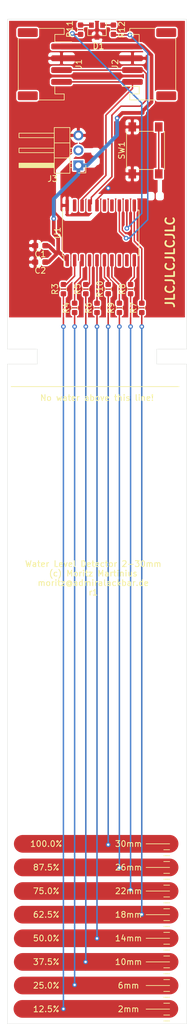
<source format=kicad_pcb>
(kicad_pcb (version 20171130) (host pcbnew 5.1.5)

  (general
    (thickness 1.6)
    (drawings 64)
    (tracks 159)
    (zones 0)
    (modules 18)
    (nets 31)
  )

  (page A4)
  (layers
    (0 F.Cu signal)
    (31 B.Cu signal)
    (32 B.Adhes user)
    (33 F.Adhes user)
    (34 B.Paste user)
    (35 F.Paste user)
    (36 B.SilkS user)
    (37 F.SilkS user)
    (38 B.Mask user)
    (39 F.Mask user)
    (40 Dwgs.User user)
    (41 Cmts.User user)
    (42 Eco1.User user)
    (43 Eco2.User user)
    (44 Edge.Cuts user)
    (45 Margin user)
    (46 B.CrtYd user)
    (47 F.CrtYd user)
    (48 B.Fab user)
    (49 F.Fab user)
  )

  (setup
    (last_trace_width 0.254)
    (user_trace_width 0.254)
    (user_trace_width 0.635)
    (user_trace_width 1.016)
    (user_trace_width 1.27)
    (user_trace_width 3)
    (trace_clearance 0.2)
    (zone_clearance 0.254)
    (zone_45_only no)
    (trace_min 0.2)
    (via_size 0.8)
    (via_drill 0.4)
    (via_min_size 0.4)
    (via_min_drill 0.3)
    (uvia_size 0.3)
    (uvia_drill 0.1)
    (uvias_allowed no)
    (uvia_min_size 0.2)
    (uvia_min_drill 0.1)
    (edge_width 0.05)
    (segment_width 0.2)
    (pcb_text_width 0.3)
    (pcb_text_size 1.5 1.5)
    (mod_edge_width 0.12)
    (mod_text_size 1 1)
    (mod_text_width 0.15)
    (pad_size 1.524 1.524)
    (pad_drill 0.762)
    (pad_to_mask_clearance 0.051)
    (solder_mask_min_width 0.25)
    (aux_axis_origin 0 0)
    (visible_elements FFFFFF7F)
    (pcbplotparams
      (layerselection 0x010fc_ffffffff)
      (usegerberextensions false)
      (usegerberattributes false)
      (usegerberadvancedattributes false)
      (creategerberjobfile false)
      (excludeedgelayer true)
      (linewidth 0.100000)
      (plotframeref false)
      (viasonmask false)
      (mode 1)
      (useauxorigin false)
      (hpglpennumber 1)
      (hpglpenspeed 20)
      (hpglpendiameter 15.000000)
      (psnegative false)
      (psa4output false)
      (plotreference true)
      (plotvalue false)
      (plotinvisibletext false)
      (padsonsilk false)
      (subtractmaskfromsilk false)
      (outputformat 1)
      (mirror false)
      (drillshape 0)
      (scaleselection 1)
      (outputdirectory "/home/moritz/Projekte/water_level/"))
  )

  (net 0 "")
  (net 1 VCC)
  (net 2 GND)
  (net 3 SCL)
  (net 4 SDA)
  (net 5 RESET)
  (net 6 "Net-(R3-Pad2)")
  (net 7 "Net-(R4-Pad2)")
  (net 8 "Net-(R5-Pad2)")
  (net 9 "Net-(R6-Pad2)")
  (net 10 "Net-(R7-Pad2)")
  (net 11 "Net-(R8-Pad2)")
  (net 12 "Net-(R9-Pad2)")
  (net 13 "Net-(R10-Pad2)")
  (net 14 "Net-(U1-Pad8)")
  (net 15 "Net-(U1-Pad9)")
  (net 16 "Net-(U1-Pad14)")
  (net 17 "Net-(U1-Pad15)")
  (net 18 /M12.5)
  (net 19 /M25.0)
  (net 20 /M37.5)
  (net 21 /M50.0)
  (net 22 /M62.5)
  (net 23 /M75.0)
  (net 24 /M87.5)
  (net 25 /M100.0)
  (net 26 "Net-(D1-Pad1)")
  (net 27 "Net-(D1-Pad2)")
  (net 28 LED_gn)
  (net 29 LED_rd)
  (net 30 USR_BTN)

  (net_class Default "Dies ist die voreingestellte Netzklasse."
    (clearance 0.2)
    (trace_width 0.25)
    (via_dia 0.8)
    (via_drill 0.4)
    (uvia_dia 0.3)
    (uvia_drill 0.1)
    (add_net /M100.0)
    (add_net /M12.5)
    (add_net /M25.0)
    (add_net /M37.5)
    (add_net /M50.0)
    (add_net /M62.5)
    (add_net /M75.0)
    (add_net /M87.5)
    (add_net GND)
    (add_net LED_gn)
    (add_net LED_rd)
    (add_net "Net-(D1-Pad1)")
    (add_net "Net-(D1-Pad2)")
    (add_net "Net-(R10-Pad2)")
    (add_net "Net-(R3-Pad2)")
    (add_net "Net-(R4-Pad2)")
    (add_net "Net-(R5-Pad2)")
    (add_net "Net-(R6-Pad2)")
    (add_net "Net-(R7-Pad2)")
    (add_net "Net-(R8-Pad2)")
    (add_net "Net-(R9-Pad2)")
    (add_net "Net-(U1-Pad14)")
    (add_net "Net-(U1-Pad15)")
    (add_net "Net-(U1-Pad8)")
    (add_net "Net-(U1-Pad9)")
    (add_net RESET)
    (add_net SCL)
    (add_net SDA)
    (add_net USR_BTN)
    (add_net VCC)
  )

  (module Connector_JST:JST_PH_S4B-PH-SM4-TB_1x04-1MP_P2.00mm_Horizontal (layer F.Cu) (tedit 5B78AD87) (tstamp 5EA1950B)
    (at 31.75 27.94 270)
    (descr "JST PH series connector, S4B-PH-SM4-TB (http://www.jst-mfg.com/product/pdf/eng/ePH.pdf), generated with kicad-footprint-generator")
    (tags "connector JST PH top entry")
    (path /5EA16BF8)
    (attr smd)
    (fp_text reference J1 (at 0 -5.8 90) (layer F.SilkS)
      (effects (font (size 1 1) (thickness 0.15)))
    )
    (fp_text value Bus_in (at 0 5.8 90) (layer F.Fab)
      (effects (font (size 1 1) (thickness 0.15)))
    )
    (fp_text user %R (at 0 1.5 90) (layer F.Fab)
      (effects (font (size 1 1) (thickness 0.15)))
    )
    (fp_line (start -3 -0.892893) (end -2.5 -1.6) (layer F.Fab) (width 0.1))
    (fp_line (start -3.5 -1.6) (end -3 -0.892893) (layer F.Fab) (width 0.1))
    (fp_line (start 6.6 -5.1) (end -6.6 -5.1) (layer F.CrtYd) (width 0.05))
    (fp_line (start 6.6 5.1) (end 6.6 -5.1) (layer F.CrtYd) (width 0.05))
    (fp_line (start -6.6 5.1) (end 6.6 5.1) (layer F.CrtYd) (width 0.05))
    (fp_line (start -6.6 -5.1) (end -6.6 5.1) (layer F.CrtYd) (width 0.05))
    (fp_line (start 5.95 -3.2) (end 5.95 4.4) (layer F.Fab) (width 0.1))
    (fp_line (start -5.95 -3.2) (end -5.95 4.4) (layer F.Fab) (width 0.1))
    (fp_line (start -5.95 4.4) (end 5.95 4.4) (layer F.Fab) (width 0.1))
    (fp_line (start -4.34 4.51) (end 4.34 4.51) (layer F.SilkS) (width 0.12))
    (fp_line (start 5.04 -1.71) (end 3.76 -1.71) (layer F.SilkS) (width 0.12))
    (fp_line (start 5.04 -3.31) (end 5.04 -1.71) (layer F.SilkS) (width 0.12))
    (fp_line (start 6.06 -3.31) (end 5.04 -3.31) (layer F.SilkS) (width 0.12))
    (fp_line (start 6.06 0.94) (end 6.06 -3.31) (layer F.SilkS) (width 0.12))
    (fp_line (start -3.76 -1.71) (end -3.76 -4.6) (layer F.SilkS) (width 0.12))
    (fp_line (start -5.04 -1.71) (end -3.76 -1.71) (layer F.SilkS) (width 0.12))
    (fp_line (start -5.04 -3.31) (end -5.04 -1.71) (layer F.SilkS) (width 0.12))
    (fp_line (start -6.06 -3.31) (end -5.04 -3.31) (layer F.SilkS) (width 0.12))
    (fp_line (start -6.06 0.94) (end -6.06 -3.31) (layer F.SilkS) (width 0.12))
    (fp_line (start 5.15 -3.2) (end 5.95 -3.2) (layer F.Fab) (width 0.1))
    (fp_line (start 5.15 -1.6) (end 5.15 -3.2) (layer F.Fab) (width 0.1))
    (fp_line (start -5.15 -1.6) (end 5.15 -1.6) (layer F.Fab) (width 0.1))
    (fp_line (start -5.15 -3.2) (end -5.15 -1.6) (layer F.Fab) (width 0.1))
    (fp_line (start -5.95 -3.2) (end -5.15 -3.2) (layer F.Fab) (width 0.1))
    (pad MP smd roundrect (at 5.35 2.9 270) (size 1.5 3.4) (layers F.Cu F.Paste F.Mask) (roundrect_rratio 0.166667))
    (pad MP smd roundrect (at -5.35 2.9 270) (size 1.5 3.4) (layers F.Cu F.Paste F.Mask) (roundrect_rratio 0.166667))
    (pad 4 smd roundrect (at 3 -2.85 270) (size 1 3.5) (layers F.Cu F.Paste F.Mask) (roundrect_rratio 0.25)
      (net 3 SCL))
    (pad 3 smd roundrect (at 1 -2.85 270) (size 1 3.5) (layers F.Cu F.Paste F.Mask) (roundrect_rratio 0.25)
      (net 4 SDA))
    (pad 2 smd roundrect (at -1 -2.85 270) (size 1 3.5) (layers F.Cu F.Paste F.Mask) (roundrect_rratio 0.25)
      (net 2 GND))
    (pad 1 smd roundrect (at -3 -2.85 270) (size 1 3.5) (layers F.Cu F.Paste F.Mask) (roundrect_rratio 0.25)
      (net 1 VCC))
    (model ${KISYS3DMOD}/Connector_JST.3dshapes/JST_PH_S4B-PH-SM4-TB_1x04-1MP_P2.00mm_Horizontal.wrl
      (at (xyz 0 0 0))
      (scale (xyz 1 1 1))
      (rotate (xyz 0 0 0))
    )
  )

  (module Connector_JST:JST_PH_S4B-PH-SM4-TB_1x04-1MP_P2.00mm_Horizontal (layer F.Cu) (tedit 5B78AD87) (tstamp 5EA1B09A)
    (at 49.53 27.94 90)
    (descr "JST PH series connector, S4B-PH-SM4-TB (http://www.jst-mfg.com/product/pdf/eng/ePH.pdf), generated with kicad-footprint-generator")
    (tags "connector JST PH top entry")
    (path /5EA1622E)
    (attr smd)
    (fp_text reference J2 (at 0 -5.8 90) (layer F.SilkS)
      (effects (font (size 1 1) (thickness 0.15)))
    )
    (fp_text value Bus_out (at 0 5.8 90) (layer F.Fab)
      (effects (font (size 1 1) (thickness 0.15)))
    )
    (fp_line (start -5.95 -3.2) (end -5.15 -3.2) (layer F.Fab) (width 0.1))
    (fp_line (start -5.15 -3.2) (end -5.15 -1.6) (layer F.Fab) (width 0.1))
    (fp_line (start -5.15 -1.6) (end 5.15 -1.6) (layer F.Fab) (width 0.1))
    (fp_line (start 5.15 -1.6) (end 5.15 -3.2) (layer F.Fab) (width 0.1))
    (fp_line (start 5.15 -3.2) (end 5.95 -3.2) (layer F.Fab) (width 0.1))
    (fp_line (start -6.06 0.94) (end -6.06 -3.31) (layer F.SilkS) (width 0.12))
    (fp_line (start -6.06 -3.31) (end -5.04 -3.31) (layer F.SilkS) (width 0.12))
    (fp_line (start -5.04 -3.31) (end -5.04 -1.71) (layer F.SilkS) (width 0.12))
    (fp_line (start -5.04 -1.71) (end -3.76 -1.71) (layer F.SilkS) (width 0.12))
    (fp_line (start -3.76 -1.71) (end -3.76 -4.6) (layer F.SilkS) (width 0.12))
    (fp_line (start 6.06 0.94) (end 6.06 -3.31) (layer F.SilkS) (width 0.12))
    (fp_line (start 6.06 -3.31) (end 5.04 -3.31) (layer F.SilkS) (width 0.12))
    (fp_line (start 5.04 -3.31) (end 5.04 -1.71) (layer F.SilkS) (width 0.12))
    (fp_line (start 5.04 -1.71) (end 3.76 -1.71) (layer F.SilkS) (width 0.12))
    (fp_line (start -4.34 4.51) (end 4.34 4.51) (layer F.SilkS) (width 0.12))
    (fp_line (start -5.95 4.4) (end 5.95 4.4) (layer F.Fab) (width 0.1))
    (fp_line (start -5.95 -3.2) (end -5.95 4.4) (layer F.Fab) (width 0.1))
    (fp_line (start 5.95 -3.2) (end 5.95 4.4) (layer F.Fab) (width 0.1))
    (fp_line (start -6.6 -5.1) (end -6.6 5.1) (layer F.CrtYd) (width 0.05))
    (fp_line (start -6.6 5.1) (end 6.6 5.1) (layer F.CrtYd) (width 0.05))
    (fp_line (start 6.6 5.1) (end 6.6 -5.1) (layer F.CrtYd) (width 0.05))
    (fp_line (start 6.6 -5.1) (end -6.6 -5.1) (layer F.CrtYd) (width 0.05))
    (fp_line (start -3.5 -1.6) (end -3 -0.892893) (layer F.Fab) (width 0.1))
    (fp_line (start -3 -0.892893) (end -2.5 -1.6) (layer F.Fab) (width 0.1))
    (fp_text user %R (at 0 1.5 90) (layer F.Fab)
      (effects (font (size 1 1) (thickness 0.15)))
    )
    (pad 1 smd roundrect (at -3 -2.85 90) (size 1 3.5) (layers F.Cu F.Paste F.Mask) (roundrect_rratio 0.25)
      (net 3 SCL))
    (pad 2 smd roundrect (at -1 -2.85 90) (size 1 3.5) (layers F.Cu F.Paste F.Mask) (roundrect_rratio 0.25)
      (net 4 SDA))
    (pad 3 smd roundrect (at 1 -2.85 90) (size 1 3.5) (layers F.Cu F.Paste F.Mask) (roundrect_rratio 0.25)
      (net 2 GND))
    (pad 4 smd roundrect (at 3 -2.85 90) (size 1 3.5) (layers F.Cu F.Paste F.Mask) (roundrect_rratio 0.25)
      (net 1 VCC))
    (pad MP smd roundrect (at -5.35 2.9 90) (size 1.5 3.4) (layers F.Cu F.Paste F.Mask) (roundrect_rratio 0.166667))
    (pad MP smd roundrect (at 5.35 2.9 90) (size 1.5 3.4) (layers F.Cu F.Paste F.Mask) (roundrect_rratio 0.166667))
    (model ${KISYS3DMOD}/Connector_JST.3dshapes/JST_PH_S4B-PH-SM4-TB_1x04-1MP_P2.00mm_Horizontal.wrl
      (at (xyz 0 0 0))
      (scale (xyz 1 1 1))
      (rotate (xyz 0 0 0))
    )
  )

  (module Connector_PinHeader_2.54mm:PinHeader_1x03_P2.54mm_Horizontal (layer F.Cu) (tedit 59FED5CB) (tstamp 5EA1956E)
    (at 37.465 45.085 180)
    (descr "Through hole angled pin header, 1x03, 2.54mm pitch, 6mm pin length, single row")
    (tags "Through hole angled pin header THT 1x03 2.54mm single row")
    (path /5EA3FD12)
    (fp_text reference J3 (at 4.385 -2.27) (layer F.SilkS)
      (effects (font (size 1 1) (thickness 0.15)))
    )
    (fp_text value uPDI (at 4.385 7.35) (layer F.Fab)
      (effects (font (size 1 1) (thickness 0.15)))
    )
    (fp_line (start 2.135 -1.27) (end 4.04 -1.27) (layer F.Fab) (width 0.1))
    (fp_line (start 4.04 -1.27) (end 4.04 6.35) (layer F.Fab) (width 0.1))
    (fp_line (start 4.04 6.35) (end 1.5 6.35) (layer F.Fab) (width 0.1))
    (fp_line (start 1.5 6.35) (end 1.5 -0.635) (layer F.Fab) (width 0.1))
    (fp_line (start 1.5 -0.635) (end 2.135 -1.27) (layer F.Fab) (width 0.1))
    (fp_line (start -0.32 -0.32) (end 1.5 -0.32) (layer F.Fab) (width 0.1))
    (fp_line (start -0.32 -0.32) (end -0.32 0.32) (layer F.Fab) (width 0.1))
    (fp_line (start -0.32 0.32) (end 1.5 0.32) (layer F.Fab) (width 0.1))
    (fp_line (start 4.04 -0.32) (end 10.04 -0.32) (layer F.Fab) (width 0.1))
    (fp_line (start 10.04 -0.32) (end 10.04 0.32) (layer F.Fab) (width 0.1))
    (fp_line (start 4.04 0.32) (end 10.04 0.32) (layer F.Fab) (width 0.1))
    (fp_line (start -0.32 2.22) (end 1.5 2.22) (layer F.Fab) (width 0.1))
    (fp_line (start -0.32 2.22) (end -0.32 2.86) (layer F.Fab) (width 0.1))
    (fp_line (start -0.32 2.86) (end 1.5 2.86) (layer F.Fab) (width 0.1))
    (fp_line (start 4.04 2.22) (end 10.04 2.22) (layer F.Fab) (width 0.1))
    (fp_line (start 10.04 2.22) (end 10.04 2.86) (layer F.Fab) (width 0.1))
    (fp_line (start 4.04 2.86) (end 10.04 2.86) (layer F.Fab) (width 0.1))
    (fp_line (start -0.32 4.76) (end 1.5 4.76) (layer F.Fab) (width 0.1))
    (fp_line (start -0.32 4.76) (end -0.32 5.4) (layer F.Fab) (width 0.1))
    (fp_line (start -0.32 5.4) (end 1.5 5.4) (layer F.Fab) (width 0.1))
    (fp_line (start 4.04 4.76) (end 10.04 4.76) (layer F.Fab) (width 0.1))
    (fp_line (start 10.04 4.76) (end 10.04 5.4) (layer F.Fab) (width 0.1))
    (fp_line (start 4.04 5.4) (end 10.04 5.4) (layer F.Fab) (width 0.1))
    (fp_line (start 1.44 -1.33) (end 1.44 6.41) (layer F.SilkS) (width 0.12))
    (fp_line (start 1.44 6.41) (end 4.1 6.41) (layer F.SilkS) (width 0.12))
    (fp_line (start 4.1 6.41) (end 4.1 -1.33) (layer F.SilkS) (width 0.12))
    (fp_line (start 4.1 -1.33) (end 1.44 -1.33) (layer F.SilkS) (width 0.12))
    (fp_line (start 4.1 -0.38) (end 10.1 -0.38) (layer F.SilkS) (width 0.12))
    (fp_line (start 10.1 -0.38) (end 10.1 0.38) (layer F.SilkS) (width 0.12))
    (fp_line (start 10.1 0.38) (end 4.1 0.38) (layer F.SilkS) (width 0.12))
    (fp_line (start 4.1 -0.32) (end 10.1 -0.32) (layer F.SilkS) (width 0.12))
    (fp_line (start 4.1 -0.2) (end 10.1 -0.2) (layer F.SilkS) (width 0.12))
    (fp_line (start 4.1 -0.08) (end 10.1 -0.08) (layer F.SilkS) (width 0.12))
    (fp_line (start 4.1 0.04) (end 10.1 0.04) (layer F.SilkS) (width 0.12))
    (fp_line (start 4.1 0.16) (end 10.1 0.16) (layer F.SilkS) (width 0.12))
    (fp_line (start 4.1 0.28) (end 10.1 0.28) (layer F.SilkS) (width 0.12))
    (fp_line (start 1.11 -0.38) (end 1.44 -0.38) (layer F.SilkS) (width 0.12))
    (fp_line (start 1.11 0.38) (end 1.44 0.38) (layer F.SilkS) (width 0.12))
    (fp_line (start 1.44 1.27) (end 4.1 1.27) (layer F.SilkS) (width 0.12))
    (fp_line (start 4.1 2.16) (end 10.1 2.16) (layer F.SilkS) (width 0.12))
    (fp_line (start 10.1 2.16) (end 10.1 2.92) (layer F.SilkS) (width 0.12))
    (fp_line (start 10.1 2.92) (end 4.1 2.92) (layer F.SilkS) (width 0.12))
    (fp_line (start 1.042929 2.16) (end 1.44 2.16) (layer F.SilkS) (width 0.12))
    (fp_line (start 1.042929 2.92) (end 1.44 2.92) (layer F.SilkS) (width 0.12))
    (fp_line (start 1.44 3.81) (end 4.1 3.81) (layer F.SilkS) (width 0.12))
    (fp_line (start 4.1 4.7) (end 10.1 4.7) (layer F.SilkS) (width 0.12))
    (fp_line (start 10.1 4.7) (end 10.1 5.46) (layer F.SilkS) (width 0.12))
    (fp_line (start 10.1 5.46) (end 4.1 5.46) (layer F.SilkS) (width 0.12))
    (fp_line (start 1.042929 4.7) (end 1.44 4.7) (layer F.SilkS) (width 0.12))
    (fp_line (start 1.042929 5.46) (end 1.44 5.46) (layer F.SilkS) (width 0.12))
    (fp_line (start -1.27 0) (end -1.27 -1.27) (layer F.SilkS) (width 0.12))
    (fp_line (start -1.27 -1.27) (end 0 -1.27) (layer F.SilkS) (width 0.12))
    (fp_line (start -1.8 -1.8) (end -1.8 6.85) (layer F.CrtYd) (width 0.05))
    (fp_line (start -1.8 6.85) (end 10.55 6.85) (layer F.CrtYd) (width 0.05))
    (fp_line (start 10.55 6.85) (end 10.55 -1.8) (layer F.CrtYd) (width 0.05))
    (fp_line (start 10.55 -1.8) (end -1.8 -1.8) (layer F.CrtYd) (width 0.05))
    (fp_text user %R (at 2.77 2.54 90) (layer F.Fab)
      (effects (font (size 1 1) (thickness 0.15)))
    )
    (pad 1 thru_hole rect (at 0 0 180) (size 1.7 1.7) (drill 1) (layers *.Cu *.Mask)
      (net 1 VCC))
    (pad 2 thru_hole oval (at 0 2.54 180) (size 1.7 1.7) (drill 1) (layers *.Cu *.Mask)
      (net 5 RESET))
    (pad 3 thru_hole oval (at 0 5.08 180) (size 1.7 1.7) (drill 1) (layers *.Cu *.Mask)
      (net 2 GND))
    (model ${KISYS3DMOD}/Connector_PinHeader_2.54mm.3dshapes/PinHeader_1x03_P2.54mm_Horizontal.wrl
      (at (xyz 0 0 0))
      (scale (xyz 1 1 1))
      (rotate (xyz 0 0 0))
    )
  )

  (module Resistor_SMD:R_0603_1608Metric (layer F.Cu) (tedit 5B301BBD) (tstamp 5EA195A1)
    (at 34.925 66.04 90)
    (descr "Resistor SMD 0603 (1608 Metric), square (rectangular) end terminal, IPC_7351 nominal, (Body size source: http://www.tortai-tech.com/upload/download/2011102023233369053.pdf), generated with kicad-footprint-generator")
    (tags resistor)
    (path /5EA4820B)
    (attr smd)
    (fp_text reference R3 (at 0 -1.43 90) (layer F.SilkS)
      (effects (font (size 1 1) (thickness 0.15)))
    )
    (fp_text value 1k (at 0 1.43 90) (layer F.Fab)
      (effects (font (size 1 1) (thickness 0.15)))
    )
    (fp_line (start -0.8 0.4) (end -0.8 -0.4) (layer F.Fab) (width 0.1))
    (fp_line (start -0.8 -0.4) (end 0.8 -0.4) (layer F.Fab) (width 0.1))
    (fp_line (start 0.8 -0.4) (end 0.8 0.4) (layer F.Fab) (width 0.1))
    (fp_line (start 0.8 0.4) (end -0.8 0.4) (layer F.Fab) (width 0.1))
    (fp_line (start -0.162779 -0.51) (end 0.162779 -0.51) (layer F.SilkS) (width 0.12))
    (fp_line (start -0.162779 0.51) (end 0.162779 0.51) (layer F.SilkS) (width 0.12))
    (fp_line (start -1.48 0.73) (end -1.48 -0.73) (layer F.CrtYd) (width 0.05))
    (fp_line (start -1.48 -0.73) (end 1.48 -0.73) (layer F.CrtYd) (width 0.05))
    (fp_line (start 1.48 -0.73) (end 1.48 0.73) (layer F.CrtYd) (width 0.05))
    (fp_line (start 1.48 0.73) (end -1.48 0.73) (layer F.CrtYd) (width 0.05))
    (fp_text user %R (at 0 0 90) (layer F.Fab)
      (effects (font (size 0.4 0.4) (thickness 0.06)))
    )
    (pad 1 smd roundrect (at -0.7875 0 90) (size 0.875 0.95) (layers F.Cu F.Paste F.Mask) (roundrect_rratio 0.25)
      (net 18 /M12.5))
    (pad 2 smd roundrect (at 0.7875 0 90) (size 0.875 0.95) (layers F.Cu F.Paste F.Mask) (roundrect_rratio 0.25)
      (net 6 "Net-(R3-Pad2)"))
    (model ${KISYS3DMOD}/Resistor_SMD.3dshapes/R_0603_1608Metric.wrl
      (at (xyz 0 0 0))
      (scale (xyz 1 1 1))
      (rotate (xyz 0 0 0))
    )
  )

  (module Resistor_SMD:R_0603_1608Metric (layer F.Cu) (tedit 5B301BBD) (tstamp 5EA195B2)
    (at 36.83 69.215 90)
    (descr "Resistor SMD 0603 (1608 Metric), square (rectangular) end terminal, IPC_7351 nominal, (Body size source: http://www.tortai-tech.com/upload/download/2011102023233369053.pdf), generated with kicad-footprint-generator")
    (tags resistor)
    (path /5EA50ABF)
    (attr smd)
    (fp_text reference R4 (at 0 -1.43 90) (layer F.SilkS)
      (effects (font (size 1 1) (thickness 0.15)))
    )
    (fp_text value 1k (at 0 1.43 90) (layer F.Fab)
      (effects (font (size 1 1) (thickness 0.15)))
    )
    (fp_text user %R (at 0 0 90) (layer F.Fab)
      (effects (font (size 0.4 0.4) (thickness 0.06)))
    )
    (fp_line (start 1.48 0.73) (end -1.48 0.73) (layer F.CrtYd) (width 0.05))
    (fp_line (start 1.48 -0.73) (end 1.48 0.73) (layer F.CrtYd) (width 0.05))
    (fp_line (start -1.48 -0.73) (end 1.48 -0.73) (layer F.CrtYd) (width 0.05))
    (fp_line (start -1.48 0.73) (end -1.48 -0.73) (layer F.CrtYd) (width 0.05))
    (fp_line (start -0.162779 0.51) (end 0.162779 0.51) (layer F.SilkS) (width 0.12))
    (fp_line (start -0.162779 -0.51) (end 0.162779 -0.51) (layer F.SilkS) (width 0.12))
    (fp_line (start 0.8 0.4) (end -0.8 0.4) (layer F.Fab) (width 0.1))
    (fp_line (start 0.8 -0.4) (end 0.8 0.4) (layer F.Fab) (width 0.1))
    (fp_line (start -0.8 -0.4) (end 0.8 -0.4) (layer F.Fab) (width 0.1))
    (fp_line (start -0.8 0.4) (end -0.8 -0.4) (layer F.Fab) (width 0.1))
    (pad 2 smd roundrect (at 0.7875 0 90) (size 0.875 0.95) (layers F.Cu F.Paste F.Mask) (roundrect_rratio 0.25)
      (net 7 "Net-(R4-Pad2)"))
    (pad 1 smd roundrect (at -0.7875 0 90) (size 0.875 0.95) (layers F.Cu F.Paste F.Mask) (roundrect_rratio 0.25)
      (net 19 /M25.0))
    (model ${KISYS3DMOD}/Resistor_SMD.3dshapes/R_0603_1608Metric.wrl
      (at (xyz 0 0 0))
      (scale (xyz 1 1 1))
      (rotate (xyz 0 0 0))
    )
  )

  (module Resistor_SMD:R_0603_1608Metric (layer F.Cu) (tedit 5B301BBD) (tstamp 5EA1BDFA)
    (at 38.735 66.04 90)
    (descr "Resistor SMD 0603 (1608 Metric), square (rectangular) end terminal, IPC_7351 nominal, (Body size source: http://www.tortai-tech.com/upload/download/2011102023233369053.pdf), generated with kicad-footprint-generator")
    (tags resistor)
    (path /5EA50E4E)
    (attr smd)
    (fp_text reference R5 (at 0 -1.43 90) (layer F.SilkS)
      (effects (font (size 1 1) (thickness 0.15)))
    )
    (fp_text value 1k (at 0 1.43 90) (layer F.Fab)
      (effects (font (size 1 1) (thickness 0.15)))
    )
    (fp_line (start -0.8 0.4) (end -0.8 -0.4) (layer F.Fab) (width 0.1))
    (fp_line (start -0.8 -0.4) (end 0.8 -0.4) (layer F.Fab) (width 0.1))
    (fp_line (start 0.8 -0.4) (end 0.8 0.4) (layer F.Fab) (width 0.1))
    (fp_line (start 0.8 0.4) (end -0.8 0.4) (layer F.Fab) (width 0.1))
    (fp_line (start -0.162779 -0.51) (end 0.162779 -0.51) (layer F.SilkS) (width 0.12))
    (fp_line (start -0.162779 0.51) (end 0.162779 0.51) (layer F.SilkS) (width 0.12))
    (fp_line (start -1.48 0.73) (end -1.48 -0.73) (layer F.CrtYd) (width 0.05))
    (fp_line (start -1.48 -0.73) (end 1.48 -0.73) (layer F.CrtYd) (width 0.05))
    (fp_line (start 1.48 -0.73) (end 1.48 0.73) (layer F.CrtYd) (width 0.05))
    (fp_line (start 1.48 0.73) (end -1.48 0.73) (layer F.CrtYd) (width 0.05))
    (fp_text user %R (at 0 0 90) (layer F.Fab)
      (effects (font (size 0.4 0.4) (thickness 0.06)))
    )
    (pad 1 smd roundrect (at -0.7875 0 90) (size 0.875 0.95) (layers F.Cu F.Paste F.Mask) (roundrect_rratio 0.25)
      (net 20 /M37.5))
    (pad 2 smd roundrect (at 0.7875 0 90) (size 0.875 0.95) (layers F.Cu F.Paste F.Mask) (roundrect_rratio 0.25)
      (net 8 "Net-(R5-Pad2)"))
    (model ${KISYS3DMOD}/Resistor_SMD.3dshapes/R_0603_1608Metric.wrl
      (at (xyz 0 0 0))
      (scale (xyz 1 1 1))
      (rotate (xyz 0 0 0))
    )
  )

  (module Resistor_SMD:R_0603_1608Metric (layer F.Cu) (tedit 5B301BBD) (tstamp 5EA1A5ED)
    (at 40.64 69.215 90)
    (descr "Resistor SMD 0603 (1608 Metric), square (rectangular) end terminal, IPC_7351 nominal, (Body size source: http://www.tortai-tech.com/upload/download/2011102023233369053.pdf), generated with kicad-footprint-generator")
    (tags resistor)
    (path /5EA51353)
    (attr smd)
    (fp_text reference R6 (at 0 -1.43 90) (layer F.SilkS)
      (effects (font (size 1 1) (thickness 0.15)))
    )
    (fp_text value 1k (at 0 1.43 90) (layer F.Fab)
      (effects (font (size 1 1) (thickness 0.15)))
    )
    (fp_text user %R (at 0 0 90) (layer F.Fab)
      (effects (font (size 0.4 0.4) (thickness 0.06)))
    )
    (fp_line (start 1.48 0.73) (end -1.48 0.73) (layer F.CrtYd) (width 0.05))
    (fp_line (start 1.48 -0.73) (end 1.48 0.73) (layer F.CrtYd) (width 0.05))
    (fp_line (start -1.48 -0.73) (end 1.48 -0.73) (layer F.CrtYd) (width 0.05))
    (fp_line (start -1.48 0.73) (end -1.48 -0.73) (layer F.CrtYd) (width 0.05))
    (fp_line (start -0.162779 0.51) (end 0.162779 0.51) (layer F.SilkS) (width 0.12))
    (fp_line (start -0.162779 -0.51) (end 0.162779 -0.51) (layer F.SilkS) (width 0.12))
    (fp_line (start 0.8 0.4) (end -0.8 0.4) (layer F.Fab) (width 0.1))
    (fp_line (start 0.8 -0.4) (end 0.8 0.4) (layer F.Fab) (width 0.1))
    (fp_line (start -0.8 -0.4) (end 0.8 -0.4) (layer F.Fab) (width 0.1))
    (fp_line (start -0.8 0.4) (end -0.8 -0.4) (layer F.Fab) (width 0.1))
    (pad 2 smd roundrect (at 0.7875 0 90) (size 0.875 0.95) (layers F.Cu F.Paste F.Mask) (roundrect_rratio 0.25)
      (net 9 "Net-(R6-Pad2)"))
    (pad 1 smd roundrect (at -0.7875 0 90) (size 0.875 0.95) (layers F.Cu F.Paste F.Mask) (roundrect_rratio 0.25)
      (net 21 /M50.0))
    (model ${KISYS3DMOD}/Resistor_SMD.3dshapes/R_0603_1608Metric.wrl
      (at (xyz 0 0 0))
      (scale (xyz 1 1 1))
      (rotate (xyz 0 0 0))
    )
  )

  (module Resistor_SMD:R_0603_1608Metric (layer F.Cu) (tedit 5B301BBD) (tstamp 5EA195E5)
    (at 48.26 69.215 90)
    (descr "Resistor SMD 0603 (1608 Metric), square (rectangular) end terminal, IPC_7351 nominal, (Body size source: http://www.tortai-tech.com/upload/download/2011102023233369053.pdf), generated with kicad-footprint-generator")
    (tags resistor)
    (path /5EA517B0)
    (attr smd)
    (fp_text reference R7 (at 0 -1.43 90) (layer F.SilkS)
      (effects (font (size 1 1) (thickness 0.15)))
    )
    (fp_text value 1k (at 0 1.43 90) (layer F.Fab)
      (effects (font (size 1 1) (thickness 0.15)))
    )
    (fp_text user %R (at 0 0 90) (layer F.Fab)
      (effects (font (size 0.4 0.4) (thickness 0.06)))
    )
    (fp_line (start 1.48 0.73) (end -1.48 0.73) (layer F.CrtYd) (width 0.05))
    (fp_line (start 1.48 -0.73) (end 1.48 0.73) (layer F.CrtYd) (width 0.05))
    (fp_line (start -1.48 -0.73) (end 1.48 -0.73) (layer F.CrtYd) (width 0.05))
    (fp_line (start -1.48 0.73) (end -1.48 -0.73) (layer F.CrtYd) (width 0.05))
    (fp_line (start -0.162779 0.51) (end 0.162779 0.51) (layer F.SilkS) (width 0.12))
    (fp_line (start -0.162779 -0.51) (end 0.162779 -0.51) (layer F.SilkS) (width 0.12))
    (fp_line (start 0.8 0.4) (end -0.8 0.4) (layer F.Fab) (width 0.1))
    (fp_line (start 0.8 -0.4) (end 0.8 0.4) (layer F.Fab) (width 0.1))
    (fp_line (start -0.8 -0.4) (end 0.8 -0.4) (layer F.Fab) (width 0.1))
    (fp_line (start -0.8 0.4) (end -0.8 -0.4) (layer F.Fab) (width 0.1))
    (pad 2 smd roundrect (at 0.7875 0 90) (size 0.875 0.95) (layers F.Cu F.Paste F.Mask) (roundrect_rratio 0.25)
      (net 10 "Net-(R7-Pad2)"))
    (pad 1 smd roundrect (at -0.7875 0 90) (size 0.875 0.95) (layers F.Cu F.Paste F.Mask) (roundrect_rratio 0.25)
      (net 22 /M62.5))
    (model ${KISYS3DMOD}/Resistor_SMD.3dshapes/R_0603_1608Metric.wrl
      (at (xyz 0 0 0))
      (scale (xyz 1 1 1))
      (rotate (xyz 0 0 0))
    )
  )

  (module Resistor_SMD:R_0603_1608Metric (layer F.Cu) (tedit 5B301BBD) (tstamp 5EA1A51C)
    (at 46.355 66.04 90)
    (descr "Resistor SMD 0603 (1608 Metric), square (rectangular) end terminal, IPC_7351 nominal, (Body size source: http://www.tortai-tech.com/upload/download/2011102023233369053.pdf), generated with kicad-footprint-generator")
    (tags resistor)
    (path /5EA51CDB)
    (attr smd)
    (fp_text reference R8 (at 0 -1.43 90) (layer F.SilkS)
      (effects (font (size 1 1) (thickness 0.15)))
    )
    (fp_text value 1k (at 0 1.43 90) (layer F.Fab)
      (effects (font (size 1 1) (thickness 0.15)))
    )
    (fp_line (start -0.8 0.4) (end -0.8 -0.4) (layer F.Fab) (width 0.1))
    (fp_line (start -0.8 -0.4) (end 0.8 -0.4) (layer F.Fab) (width 0.1))
    (fp_line (start 0.8 -0.4) (end 0.8 0.4) (layer F.Fab) (width 0.1))
    (fp_line (start 0.8 0.4) (end -0.8 0.4) (layer F.Fab) (width 0.1))
    (fp_line (start -0.162779 -0.51) (end 0.162779 -0.51) (layer F.SilkS) (width 0.12))
    (fp_line (start -0.162779 0.51) (end 0.162779 0.51) (layer F.SilkS) (width 0.12))
    (fp_line (start -1.48 0.73) (end -1.48 -0.73) (layer F.CrtYd) (width 0.05))
    (fp_line (start -1.48 -0.73) (end 1.48 -0.73) (layer F.CrtYd) (width 0.05))
    (fp_line (start 1.48 -0.73) (end 1.48 0.73) (layer F.CrtYd) (width 0.05))
    (fp_line (start 1.48 0.73) (end -1.48 0.73) (layer F.CrtYd) (width 0.05))
    (fp_text user %R (at 0 0 90) (layer F.Fab)
      (effects (font (size 0.4 0.4) (thickness 0.06)))
    )
    (pad 1 smd roundrect (at -0.7875 0 90) (size 0.875 0.95) (layers F.Cu F.Paste F.Mask) (roundrect_rratio 0.25)
      (net 23 /M75.0))
    (pad 2 smd roundrect (at 0.7875 0 90) (size 0.875 0.95) (layers F.Cu F.Paste F.Mask) (roundrect_rratio 0.25)
      (net 11 "Net-(R8-Pad2)"))
    (model ${KISYS3DMOD}/Resistor_SMD.3dshapes/R_0603_1608Metric.wrl
      (at (xyz 0 0 0))
      (scale (xyz 1 1 1))
      (rotate (xyz 0 0 0))
    )
  )

  (module Resistor_SMD:R_0603_1608Metric (layer F.Cu) (tedit 5B301BBD) (tstamp 5EA1A58D)
    (at 44.45 69.215 90)
    (descr "Resistor SMD 0603 (1608 Metric), square (rectangular) end terminal, IPC_7351 nominal, (Body size source: http://www.tortai-tech.com/upload/download/2011102023233369053.pdf), generated with kicad-footprint-generator")
    (tags resistor)
    (path /5EA5210C)
    (attr smd)
    (fp_text reference R9 (at 0 -1.43 90) (layer F.SilkS)
      (effects (font (size 1 1) (thickness 0.15)))
    )
    (fp_text value 1k (at 0 1.43 90) (layer F.Fab)
      (effects (font (size 1 1) (thickness 0.15)))
    )
    (fp_text user %R (at 0 0 90) (layer F.Fab)
      (effects (font (size 0.4 0.4) (thickness 0.06)))
    )
    (fp_line (start 1.48 0.73) (end -1.48 0.73) (layer F.CrtYd) (width 0.05))
    (fp_line (start 1.48 -0.73) (end 1.48 0.73) (layer F.CrtYd) (width 0.05))
    (fp_line (start -1.48 -0.73) (end 1.48 -0.73) (layer F.CrtYd) (width 0.05))
    (fp_line (start -1.48 0.73) (end -1.48 -0.73) (layer F.CrtYd) (width 0.05))
    (fp_line (start -0.162779 0.51) (end 0.162779 0.51) (layer F.SilkS) (width 0.12))
    (fp_line (start -0.162779 -0.51) (end 0.162779 -0.51) (layer F.SilkS) (width 0.12))
    (fp_line (start 0.8 0.4) (end -0.8 0.4) (layer F.Fab) (width 0.1))
    (fp_line (start 0.8 -0.4) (end 0.8 0.4) (layer F.Fab) (width 0.1))
    (fp_line (start -0.8 -0.4) (end 0.8 -0.4) (layer F.Fab) (width 0.1))
    (fp_line (start -0.8 0.4) (end -0.8 -0.4) (layer F.Fab) (width 0.1))
    (pad 2 smd roundrect (at 0.7875 0 90) (size 0.875 0.95) (layers F.Cu F.Paste F.Mask) (roundrect_rratio 0.25)
      (net 12 "Net-(R9-Pad2)"))
    (pad 1 smd roundrect (at -0.7875 0 90) (size 0.875 0.95) (layers F.Cu F.Paste F.Mask) (roundrect_rratio 0.25)
      (net 24 /M87.5))
    (model ${KISYS3DMOD}/Resistor_SMD.3dshapes/R_0603_1608Metric.wrl
      (at (xyz 0 0 0))
      (scale (xyz 1 1 1))
      (rotate (xyz 0 0 0))
    )
  )

  (module Resistor_SMD:R_0603_1608Metric (layer F.Cu) (tedit 5B301BBD) (tstamp 5EA1BDCA)
    (at 42.545 66.04 90)
    (descr "Resistor SMD 0603 (1608 Metric), square (rectangular) end terminal, IPC_7351 nominal, (Body size source: http://www.tortai-tech.com/upload/download/2011102023233369053.pdf), generated with kicad-footprint-generator")
    (tags resistor)
    (path /5EA526EB)
    (attr smd)
    (fp_text reference R10 (at 0 -1.43 90) (layer F.SilkS)
      (effects (font (size 1 1) (thickness 0.15)))
    )
    (fp_text value 1k (at 0 1.43 90) (layer F.Fab)
      (effects (font (size 1 1) (thickness 0.15)))
    )
    (fp_line (start -0.8 0.4) (end -0.8 -0.4) (layer F.Fab) (width 0.1))
    (fp_line (start -0.8 -0.4) (end 0.8 -0.4) (layer F.Fab) (width 0.1))
    (fp_line (start 0.8 -0.4) (end 0.8 0.4) (layer F.Fab) (width 0.1))
    (fp_line (start 0.8 0.4) (end -0.8 0.4) (layer F.Fab) (width 0.1))
    (fp_line (start -0.162779 -0.51) (end 0.162779 -0.51) (layer F.SilkS) (width 0.12))
    (fp_line (start -0.162779 0.51) (end 0.162779 0.51) (layer F.SilkS) (width 0.12))
    (fp_line (start -1.48 0.73) (end -1.48 -0.73) (layer F.CrtYd) (width 0.05))
    (fp_line (start -1.48 -0.73) (end 1.48 -0.73) (layer F.CrtYd) (width 0.05))
    (fp_line (start 1.48 -0.73) (end 1.48 0.73) (layer F.CrtYd) (width 0.05))
    (fp_line (start 1.48 0.73) (end -1.48 0.73) (layer F.CrtYd) (width 0.05))
    (fp_text user %R (at 0 0 90) (layer F.Fab)
      (effects (font (size 0.4 0.4) (thickness 0.06)))
    )
    (pad 1 smd roundrect (at -0.7875 0 90) (size 0.875 0.95) (layers F.Cu F.Paste F.Mask) (roundrect_rratio 0.25)
      (net 25 /M100.0))
    (pad 2 smd roundrect (at 0.7875 0 90) (size 0.875 0.95) (layers F.Cu F.Paste F.Mask) (roundrect_rratio 0.25)
      (net 13 "Net-(R10-Pad2)"))
    (model ${KISYS3DMOD}/Resistor_SMD.3dshapes/R_0603_1608Metric.wrl
      (at (xyz 0 0 0))
      (scale (xyz 1 1 1))
      (rotate (xyz 0 0 0))
    )
  )

  (module Button_Switch_SMD:SW_Push_1P1T_NO_6x6mm_H9.5mm (layer F.Cu) (tedit 5CA1CA7F) (tstamp 5EA19632)
    (at 48.895 42.545 90)
    (descr "tactile push button, 6x6mm e.g. PTS645xx series, height=9.5mm")
    (tags "tact sw push 6mm smd")
    (path /5EA35658)
    (attr smd)
    (fp_text reference SW1 (at 0 -4.05 90) (layer F.SilkS)
      (effects (font (size 1 1) (thickness 0.15)))
    )
    (fp_text value SW_USER (at 0 4.15 90) (layer F.Fab)
      (effects (font (size 1 1) (thickness 0.15)))
    )
    (fp_text user %R (at 0 -4.05 90) (layer F.Fab)
      (effects (font (size 1 1) (thickness 0.15)))
    )
    (fp_line (start -3 -3) (end -3 3) (layer F.Fab) (width 0.1))
    (fp_line (start -3 3) (end 3 3) (layer F.Fab) (width 0.1))
    (fp_line (start 3 3) (end 3 -3) (layer F.Fab) (width 0.1))
    (fp_line (start 3 -3) (end -3 -3) (layer F.Fab) (width 0.1))
    (fp_line (start 5 3.25) (end 5 -3.25) (layer F.CrtYd) (width 0.05))
    (fp_line (start -5 -3.25) (end -5 3.25) (layer F.CrtYd) (width 0.05))
    (fp_line (start -5 3.25) (end 5 3.25) (layer F.CrtYd) (width 0.05))
    (fp_line (start -5 -3.25) (end 5 -3.25) (layer F.CrtYd) (width 0.05))
    (fp_line (start 3.23 -3.23) (end 3.23 -3.2) (layer F.SilkS) (width 0.12))
    (fp_line (start 3.23 3.23) (end 3.23 3.2) (layer F.SilkS) (width 0.12))
    (fp_line (start -3.23 3.23) (end -3.23 3.2) (layer F.SilkS) (width 0.12))
    (fp_line (start -3.23 -3.2) (end -3.23 -3.23) (layer F.SilkS) (width 0.12))
    (fp_line (start 3.23 -1.3) (end 3.23 1.3) (layer F.SilkS) (width 0.12))
    (fp_line (start -3.23 -3.23) (end 3.23 -3.23) (layer F.SilkS) (width 0.12))
    (fp_line (start -3.23 -1.3) (end -3.23 1.3) (layer F.SilkS) (width 0.12))
    (fp_line (start -3.23 3.23) (end 3.23 3.23) (layer F.SilkS) (width 0.12))
    (fp_circle (center 0 0) (end 1.75 -0.05) (layer F.Fab) (width 0.1))
    (pad 2 smd rect (at -3.975 2.25 90) (size 1.55 1.3) (layers F.Cu F.Paste F.Mask)
      (net 30 USR_BTN))
    (pad 1 smd rect (at -3.975 -2.25 90) (size 1.55 1.3) (layers F.Cu F.Paste F.Mask)
      (net 2 GND))
    (pad 1 smd rect (at 3.975 -2.25 90) (size 1.55 1.3) (layers F.Cu F.Paste F.Mask)
      (net 2 GND))
    (pad 2 smd rect (at 3.975 2.25 90) (size 1.55 1.3) (layers F.Cu F.Paste F.Mask)
      (net 30 USR_BTN))
    (model ${KISYS3DMOD}/Button_Switch_SMD.3dshapes/SW_PUSH_6mm_H9.5mm.wrl
      (at (xyz 0 0 0))
      (scale (xyz 1 1 1))
      (rotate (xyz 0 0 0))
    )
  )

  (module Package_SO:SOIC-20W_7.5x12.8mm_P1.27mm (layer F.Cu) (tedit 5D9F72B1) (tstamp 5EA1965D)
    (at 41.275 56.515 90)
    (descr "SOIC, 20 Pin (JEDEC MS-013AC, https://www.analog.com/media/en/package-pcb-resources/package/233848rw_20.pdf), generated with kicad-footprint-generator ipc_gullwing_generator.py")
    (tags "SOIC SO")
    (path /5EA14B65)
    (attr smd)
    (fp_text reference U1 (at 0 -7.35 90) (layer F.SilkS)
      (effects (font (size 1 1) (thickness 0.15)))
    )
    (fp_text value ATtiny1616-S (at 0 7.35 90) (layer F.Fab)
      (effects (font (size 1 1) (thickness 0.15)))
    )
    (fp_line (start 0 6.51) (end 3.86 6.51) (layer F.SilkS) (width 0.12))
    (fp_line (start 3.86 6.51) (end 3.86 6.275) (layer F.SilkS) (width 0.12))
    (fp_line (start 0 6.51) (end -3.86 6.51) (layer F.SilkS) (width 0.12))
    (fp_line (start -3.86 6.51) (end -3.86 6.275) (layer F.SilkS) (width 0.12))
    (fp_line (start 0 -6.51) (end 3.86 -6.51) (layer F.SilkS) (width 0.12))
    (fp_line (start 3.86 -6.51) (end 3.86 -6.275) (layer F.SilkS) (width 0.12))
    (fp_line (start 0 -6.51) (end -3.86 -6.51) (layer F.SilkS) (width 0.12))
    (fp_line (start -3.86 -6.51) (end -3.86 -6.275) (layer F.SilkS) (width 0.12))
    (fp_line (start -3.86 -6.275) (end -5.675 -6.275) (layer F.SilkS) (width 0.12))
    (fp_line (start -2.75 -6.4) (end 3.75 -6.4) (layer F.Fab) (width 0.1))
    (fp_line (start 3.75 -6.4) (end 3.75 6.4) (layer F.Fab) (width 0.1))
    (fp_line (start 3.75 6.4) (end -3.75 6.4) (layer F.Fab) (width 0.1))
    (fp_line (start -3.75 6.4) (end -3.75 -5.4) (layer F.Fab) (width 0.1))
    (fp_line (start -3.75 -5.4) (end -2.75 -6.4) (layer F.Fab) (width 0.1))
    (fp_line (start -5.93 -6.65) (end -5.93 6.65) (layer F.CrtYd) (width 0.05))
    (fp_line (start -5.93 6.65) (end 5.93 6.65) (layer F.CrtYd) (width 0.05))
    (fp_line (start 5.93 6.65) (end 5.93 -6.65) (layer F.CrtYd) (width 0.05))
    (fp_line (start 5.93 -6.65) (end -5.93 -6.65) (layer F.CrtYd) (width 0.05))
    (fp_text user %R (at 0 0 90) (layer F.Fab)
      (effects (font (size 1 1) (thickness 0.15)))
    )
    (pad 1 smd roundrect (at -4.65 -5.715 90) (size 2.05 0.6) (layers F.Cu F.Paste F.Mask) (roundrect_rratio 0.25)
      (net 1 VCC))
    (pad 2 smd roundrect (at -4.65 -4.445 90) (size 2.05 0.6) (layers F.Cu F.Paste F.Mask) (roundrect_rratio 0.25)
      (net 6 "Net-(R3-Pad2)"))
    (pad 3 smd roundrect (at -4.65 -3.175 90) (size 2.05 0.6) (layers F.Cu F.Paste F.Mask) (roundrect_rratio 0.25)
      (net 7 "Net-(R4-Pad2)"))
    (pad 4 smd roundrect (at -4.65 -1.905 90) (size 2.05 0.6) (layers F.Cu F.Paste F.Mask) (roundrect_rratio 0.25)
      (net 8 "Net-(R5-Pad2)"))
    (pad 5 smd roundrect (at -4.65 -0.635 90) (size 2.05 0.6) (layers F.Cu F.Paste F.Mask) (roundrect_rratio 0.25)
      (net 9 "Net-(R6-Pad2)"))
    (pad 6 smd roundrect (at -4.65 0.635 90) (size 2.05 0.6) (layers F.Cu F.Paste F.Mask) (roundrect_rratio 0.25)
      (net 13 "Net-(R10-Pad2)"))
    (pad 7 smd roundrect (at -4.65 1.905 90) (size 2.05 0.6) (layers F.Cu F.Paste F.Mask) (roundrect_rratio 0.25)
      (net 12 "Net-(R9-Pad2)"))
    (pad 8 smd roundrect (at -4.65 3.175 90) (size 2.05 0.6) (layers F.Cu F.Paste F.Mask) (roundrect_rratio 0.25)
      (net 14 "Net-(U1-Pad8)"))
    (pad 9 smd roundrect (at -4.65 4.445 90) (size 2.05 0.6) (layers F.Cu F.Paste F.Mask) (roundrect_rratio 0.25)
      (net 15 "Net-(U1-Pad9)"))
    (pad 10 smd roundrect (at -4.65 5.715 90) (size 2.05 0.6) (layers F.Cu F.Paste F.Mask) (roundrect_rratio 0.25)
      (net 11 "Net-(R8-Pad2)"))
    (pad 11 smd roundrect (at 4.65 5.715 90) (size 2.05 0.6) (layers F.Cu F.Paste F.Mask) (roundrect_rratio 0.25)
      (net 10 "Net-(R7-Pad2)"))
    (pad 12 smd roundrect (at 4.65 4.445 90) (size 2.05 0.6) (layers F.Cu F.Paste F.Mask) (roundrect_rratio 0.25)
      (net 28 LED_gn))
    (pad 13 smd roundrect (at 4.65 3.175 90) (size 2.05 0.6) (layers F.Cu F.Paste F.Mask) (roundrect_rratio 0.25)
      (net 29 LED_rd))
    (pad 14 smd roundrect (at 4.65 1.905 90) (size 2.05 0.6) (layers F.Cu F.Paste F.Mask) (roundrect_rratio 0.25)
      (net 16 "Net-(U1-Pad14)"))
    (pad 15 smd roundrect (at 4.65 0.635 90) (size 2.05 0.6) (layers F.Cu F.Paste F.Mask) (roundrect_rratio 0.25)
      (net 17 "Net-(U1-Pad15)"))
    (pad 16 smd roundrect (at 4.65 -0.635 90) (size 2.05 0.6) (layers F.Cu F.Paste F.Mask) (roundrect_rratio 0.25)
      (net 5 RESET))
    (pad 17 smd roundrect (at 4.65 -1.905 90) (size 2.05 0.6) (layers F.Cu F.Paste F.Mask) (roundrect_rratio 0.25)
      (net 4 SDA))
    (pad 18 smd roundrect (at 4.65 -3.175 90) (size 2.05 0.6) (layers F.Cu F.Paste F.Mask) (roundrect_rratio 0.25)
      (net 3 SCL))
    (pad 19 smd roundrect (at 4.65 -4.445 90) (size 2.05 0.6) (layers F.Cu F.Paste F.Mask) (roundrect_rratio 0.25)
      (net 30 USR_BTN))
    (pad 20 smd roundrect (at 4.65 -5.715 90) (size 2.05 0.6) (layers F.Cu F.Paste F.Mask) (roundrect_rratio 0.25)
      (net 2 GND))
    (model ${KISYS3DMOD}/Package_SO.3dshapes/SOIC-20W_7.5x12.8mm_P1.27mm.wrl
      (at (xyz 0 0 0))
      (scale (xyz 1 1 1))
      (rotate (xyz 0 0 0))
    )
  )

  (module Package_TO_SOT_SMD:SOT-23 (layer F.Cu) (tedit 5A02FF57) (tstamp 5EA241E8)
    (at 40.64 22.336 270)
    (descr "SOT-23, Standard")
    (tags SOT-23)
    (path /5EAC7E91)
    (attr smd)
    (fp_text reference D1 (at 2.556 -0.254 180) (layer F.SilkS)
      (effects (font (size 1 1) (thickness 0.15)))
    )
    (fp_text value LED_Dual_AAC (at 0 2.5 90) (layer F.Fab)
      (effects (font (size 1 1) (thickness 0.15)))
    )
    (fp_text user %R (at 0 0) (layer F.Fab)
      (effects (font (size 0.5 0.5) (thickness 0.075)))
    )
    (fp_line (start -0.7 -0.95) (end -0.7 1.5) (layer F.Fab) (width 0.1))
    (fp_line (start -0.15 -1.52) (end 0.7 -1.52) (layer F.Fab) (width 0.1))
    (fp_line (start -0.7 -0.95) (end -0.15 -1.52) (layer F.Fab) (width 0.1))
    (fp_line (start 0.7 -1.52) (end 0.7 1.52) (layer F.Fab) (width 0.1))
    (fp_line (start -0.7 1.52) (end 0.7 1.52) (layer F.Fab) (width 0.1))
    (fp_line (start 0.76 1.58) (end 0.76 0.65) (layer F.SilkS) (width 0.12))
    (fp_line (start 0.76 -1.58) (end 0.76 -0.65) (layer F.SilkS) (width 0.12))
    (fp_line (start -1.7 -1.75) (end 1.7 -1.75) (layer F.CrtYd) (width 0.05))
    (fp_line (start 1.7 -1.75) (end 1.7 1.75) (layer F.CrtYd) (width 0.05))
    (fp_line (start 1.7 1.75) (end -1.7 1.75) (layer F.CrtYd) (width 0.05))
    (fp_line (start -1.7 1.75) (end -1.7 -1.75) (layer F.CrtYd) (width 0.05))
    (fp_line (start 0.76 -1.58) (end -1.4 -1.58) (layer F.SilkS) (width 0.12))
    (fp_line (start 0.76 1.58) (end -0.7 1.58) (layer F.SilkS) (width 0.12))
    (pad 1 smd rect (at -1 -0.95 270) (size 0.9 0.8) (layers F.Cu F.Paste F.Mask)
      (net 26 "Net-(D1-Pad1)"))
    (pad 2 smd rect (at -1 0.95 270) (size 0.9 0.8) (layers F.Cu F.Paste F.Mask)
      (net 27 "Net-(D1-Pad2)"))
    (pad 3 smd rect (at 1 0 270) (size 0.9 0.8) (layers F.Cu F.Paste F.Mask)
      (net 2 GND))
    (model ${KISYS3DMOD}/Package_TO_SOT_SMD.3dshapes/SOT-23.wrl
      (at (xyz 0 0 0))
      (scale (xyz 1 1 1))
      (rotate (xyz 0 0 0))
    )
  )

  (module Resistor_SMD:R_0603_1608Metric (layer F.Cu) (tedit 5B301BBD) (tstamp 5EA23E7A)
    (at 37.846 22.098 270)
    (descr "Resistor SMD 0603 (1608 Metric), square (rectangular) end terminal, IPC_7351 nominal, (Body size source: http://www.tortai-tech.com/upload/download/2011102023233369053.pdf), generated with kicad-footprint-generator")
    (tags resistor)
    (path /5EACEFA9)
    (attr smd)
    (fp_text reference R11 (at -0.098 1.846 90) (layer F.SilkS)
      (effects (font (size 1 1) (thickness 0.15)))
    )
    (fp_text value 330R (at 0 1.43 90) (layer F.Fab)
      (effects (font (size 1 1) (thickness 0.15)))
    )
    (fp_text user %R (at 0 0 90) (layer F.Fab)
      (effects (font (size 0.4 0.4) (thickness 0.06)))
    )
    (fp_line (start 1.48 0.73) (end -1.48 0.73) (layer F.CrtYd) (width 0.05))
    (fp_line (start 1.48 -0.73) (end 1.48 0.73) (layer F.CrtYd) (width 0.05))
    (fp_line (start -1.48 -0.73) (end 1.48 -0.73) (layer F.CrtYd) (width 0.05))
    (fp_line (start -1.48 0.73) (end -1.48 -0.73) (layer F.CrtYd) (width 0.05))
    (fp_line (start -0.162779 0.51) (end 0.162779 0.51) (layer F.SilkS) (width 0.12))
    (fp_line (start -0.162779 -0.51) (end 0.162779 -0.51) (layer F.SilkS) (width 0.12))
    (fp_line (start 0.8 0.4) (end -0.8 0.4) (layer F.Fab) (width 0.1))
    (fp_line (start 0.8 -0.4) (end 0.8 0.4) (layer F.Fab) (width 0.1))
    (fp_line (start -0.8 -0.4) (end 0.8 -0.4) (layer F.Fab) (width 0.1))
    (fp_line (start -0.8 0.4) (end -0.8 -0.4) (layer F.Fab) (width 0.1))
    (pad 2 smd roundrect (at 0.7875 0 270) (size 0.875 0.95) (layers F.Cu F.Paste F.Mask) (roundrect_rratio 0.25)
      (net 28 LED_gn))
    (pad 1 smd roundrect (at -0.7875 0 270) (size 0.875 0.95) (layers F.Cu F.Paste F.Mask) (roundrect_rratio 0.25)
      (net 27 "Net-(D1-Pad2)"))
    (model ${KISYS3DMOD}/Resistor_SMD.3dshapes/R_0603_1608Metric.wrl
      (at (xyz 0 0 0))
      (scale (xyz 1 1 1))
      (rotate (xyz 0 0 0))
    )
  )

  (module Resistor_SMD:R_0603_1608Metric (layer F.Cu) (tedit 5B301BBD) (tstamp 5EA23E8B)
    (at 43.434 22.098 270)
    (descr "Resistor SMD 0603 (1608 Metric), square (rectangular) end terminal, IPC_7351 nominal, (Body size source: http://www.tortai-tech.com/upload/download/2011102023233369053.pdf), generated with kicad-footprint-generator")
    (tags resistor)
    (path /5EACF3B0)
    (attr smd)
    (fp_text reference R12 (at 0 -1.43 90) (layer F.SilkS)
      (effects (font (size 1 1) (thickness 0.15)))
    )
    (fp_text value 330R (at 0 1.43 90) (layer F.Fab)
      (effects (font (size 1 1) (thickness 0.15)))
    )
    (fp_line (start -0.8 0.4) (end -0.8 -0.4) (layer F.Fab) (width 0.1))
    (fp_line (start -0.8 -0.4) (end 0.8 -0.4) (layer F.Fab) (width 0.1))
    (fp_line (start 0.8 -0.4) (end 0.8 0.4) (layer F.Fab) (width 0.1))
    (fp_line (start 0.8 0.4) (end -0.8 0.4) (layer F.Fab) (width 0.1))
    (fp_line (start -0.162779 -0.51) (end 0.162779 -0.51) (layer F.SilkS) (width 0.12))
    (fp_line (start -0.162779 0.51) (end 0.162779 0.51) (layer F.SilkS) (width 0.12))
    (fp_line (start -1.48 0.73) (end -1.48 -0.73) (layer F.CrtYd) (width 0.05))
    (fp_line (start -1.48 -0.73) (end 1.48 -0.73) (layer F.CrtYd) (width 0.05))
    (fp_line (start 1.48 -0.73) (end 1.48 0.73) (layer F.CrtYd) (width 0.05))
    (fp_line (start 1.48 0.73) (end -1.48 0.73) (layer F.CrtYd) (width 0.05))
    (fp_text user %R (at 0 0 90) (layer F.Fab)
      (effects (font (size 0.4 0.4) (thickness 0.06)))
    )
    (pad 1 smd roundrect (at -0.7875 0 270) (size 0.875 0.95) (layers F.Cu F.Paste F.Mask) (roundrect_rratio 0.25)
      (net 26 "Net-(D1-Pad1)"))
    (pad 2 smd roundrect (at 0.7875 0 270) (size 0.875 0.95) (layers F.Cu F.Paste F.Mask) (roundrect_rratio 0.25)
      (net 29 LED_rd))
    (model ${KISYS3DMOD}/Resistor_SMD.3dshapes/R_0603_1608Metric.wrl
      (at (xyz 0 0 0))
      (scale (xyz 1 1 1))
      (rotate (xyz 0 0 0))
    )
  )

  (module Capacitor_SMD:C_0603_1608Metric_Pad1.05x0.95mm_HandSolder (layer F.Cu) (tedit 5B301BBE) (tstamp 5EA2591A)
    (at 30.988 58.674 180)
    (descr "Capacitor SMD 0603 (1608 Metric), square (rectangular) end terminal, IPC_7351 nominal with elongated pad for handsoldering. (Body size source: http://www.tortai-tech.com/upload/download/2011102023233369053.pdf), generated with kicad-footprint-generator")
    (tags "capacitor handsolder")
    (path /5EA2D9A9)
    (attr smd)
    (fp_text reference C1 (at 0 -1.43) (layer F.SilkS)
      (effects (font (size 1 1) (thickness 0.15)))
    )
    (fp_text value 4,7uF (at 0 1.43) (layer F.Fab)
      (effects (font (size 1 1) (thickness 0.15)))
    )
    (fp_text user %R (at 0 0) (layer F.Fab)
      (effects (font (size 0.4 0.4) (thickness 0.06)))
    )
    (fp_line (start 1.65 0.73) (end -1.65 0.73) (layer F.CrtYd) (width 0.05))
    (fp_line (start 1.65 -0.73) (end 1.65 0.73) (layer F.CrtYd) (width 0.05))
    (fp_line (start -1.65 -0.73) (end 1.65 -0.73) (layer F.CrtYd) (width 0.05))
    (fp_line (start -1.65 0.73) (end -1.65 -0.73) (layer F.CrtYd) (width 0.05))
    (fp_line (start -0.171267 0.51) (end 0.171267 0.51) (layer F.SilkS) (width 0.12))
    (fp_line (start -0.171267 -0.51) (end 0.171267 -0.51) (layer F.SilkS) (width 0.12))
    (fp_line (start 0.8 0.4) (end -0.8 0.4) (layer F.Fab) (width 0.1))
    (fp_line (start 0.8 -0.4) (end 0.8 0.4) (layer F.Fab) (width 0.1))
    (fp_line (start -0.8 -0.4) (end 0.8 -0.4) (layer F.Fab) (width 0.1))
    (fp_line (start -0.8 0.4) (end -0.8 -0.4) (layer F.Fab) (width 0.1))
    (pad 2 smd roundrect (at 0.875 0 180) (size 1.05 0.95) (layers F.Cu F.Paste F.Mask) (roundrect_rratio 0.25)
      (net 2 GND))
    (pad 1 smd roundrect (at -0.875 0 180) (size 1.05 0.95) (layers F.Cu F.Paste F.Mask) (roundrect_rratio 0.25)
      (net 1 VCC))
    (model ${KISYS3DMOD}/Capacitor_SMD.3dshapes/C_0603_1608Metric.wrl
      (at (xyz 0 0 0))
      (scale (xyz 1 1 1))
      (rotate (xyz 0 0 0))
    )
  )

  (module Capacitor_SMD:C_0603_1608Metric_Pad1.05x0.95mm_HandSolder (layer F.Cu) (tedit 5B301BBE) (tstamp 5EA2598A)
    (at 30.988 61.468 180)
    (descr "Capacitor SMD 0603 (1608 Metric), square (rectangular) end terminal, IPC_7351 nominal with elongated pad for handsoldering. (Body size source: http://www.tortai-tech.com/upload/download/2011102023233369053.pdf), generated with kicad-footprint-generator")
    (tags "capacitor handsolder")
    (path /5EA2D09A)
    (attr smd)
    (fp_text reference C2 (at 0 -1.43) (layer F.SilkS)
      (effects (font (size 1 1) (thickness 0.15)))
    )
    (fp_text value 100nF (at 0 1.43) (layer F.Fab)
      (effects (font (size 1 1) (thickness 0.15)))
    )
    (fp_line (start -0.8 0.4) (end -0.8 -0.4) (layer F.Fab) (width 0.1))
    (fp_line (start -0.8 -0.4) (end 0.8 -0.4) (layer F.Fab) (width 0.1))
    (fp_line (start 0.8 -0.4) (end 0.8 0.4) (layer F.Fab) (width 0.1))
    (fp_line (start 0.8 0.4) (end -0.8 0.4) (layer F.Fab) (width 0.1))
    (fp_line (start -0.171267 -0.51) (end 0.171267 -0.51) (layer F.SilkS) (width 0.12))
    (fp_line (start -0.171267 0.51) (end 0.171267 0.51) (layer F.SilkS) (width 0.12))
    (fp_line (start -1.65 0.73) (end -1.65 -0.73) (layer F.CrtYd) (width 0.05))
    (fp_line (start -1.65 -0.73) (end 1.65 -0.73) (layer F.CrtYd) (width 0.05))
    (fp_line (start 1.65 -0.73) (end 1.65 0.73) (layer F.CrtYd) (width 0.05))
    (fp_line (start 1.65 0.73) (end -1.65 0.73) (layer F.CrtYd) (width 0.05))
    (fp_text user %R (at 0 0) (layer F.Fab)
      (effects (font (size 0.4 0.4) (thickness 0.06)))
    )
    (pad 1 smd roundrect (at -0.875 0 180) (size 1.05 0.95) (layers F.Cu F.Paste F.Mask) (roundrect_rratio 0.25)
      (net 1 VCC))
    (pad 2 smd roundrect (at 0.875 0 180) (size 1.05 0.95) (layers F.Cu F.Paste F.Mask) (roundrect_rratio 0.25)
      (net 2 GND))
    (model ${KISYS3DMOD}/Capacitor_SMD.3dshapes/C_0603_1608Metric.wrl
      (at (xyz 0 0 0))
      (scale (xyz 1 1 1))
      (rotate (xyz 0 0 0))
    )
  )

  (gr_text JLCJLCJLCJLC (at 53.086 61.468 90) (layer F.SilkS)
    (effects (font (size 1.5 1.5) (thickness 0.3)))
  )
  (gr_text "Water Level Detector 2-30mm\n(c) Moritz Martinius\nmoritz@admiralackbar.de\nr1" (at 40 115) (layer F.SilkS)
    (effects (font (size 1 1) (thickness 0.15)))
  )
  (gr_text "87.5%\n" (at 32 164) (layer F.SilkS) (tstamp 5EA24C23)
    (effects (font (size 1 1) (thickness 0.15)))
  )
  (gr_text 100.0% (at 32 160) (layer F.SilkS) (tstamp 5EA24C30)
    (effects (font (size 1 1) (thickness 0.15)))
  )
  (gr_text 25.0% (at 32 184) (layer F.SilkS) (tstamp 5EA24C2F)
    (effects (font (size 1 1) (thickness 0.15)))
  )
  (gr_text "50.0%\n" (at 32 176) (layer F.SilkS) (tstamp 5EA24C2B)
    (effects (font (size 1 1) (thickness 0.15)))
  )
  (gr_text 37.5% (at 32 180) (layer F.SilkS) (tstamp 5EA24C2A)
    (effects (font (size 1 1) (thickness 0.15)))
  )
  (gr_text "62.5%\n" (at 32 172) (layer F.SilkS) (tstamp 5EA24C28)
    (effects (font (size 1 1) (thickness 0.15)))
  )
  (gr_text "75.0%\n" (at 32 168) (layer F.SilkS) (tstamp 5EA24C26)
    (effects (font (size 1 1) (thickness 0.15)))
  )
  (gr_text 12.5% (at 32 188) (layer F.SilkS) (tstamp 5EA24C24)
    (effects (font (size 1 1) (thickness 0.15)))
  )
  (gr_text 30mm (at 46 160) (layer F.SilkS) (tstamp 5EA24AE6)
    (effects (font (size 1 1) (thickness 0.15)))
  )
  (gr_text 26mm (at 46 164) (layer F.SilkS) (tstamp 5EA24AE6)
    (effects (font (size 1 1) (thickness 0.15)))
  )
  (gr_text 22mm (at 46 168) (layer F.SilkS) (tstamp 5EA24AE6)
    (effects (font (size 1 1) (thickness 0.15)))
  )
  (gr_text 18mm (at 46 172) (layer F.SilkS) (tstamp 5EA24AE6)
    (effects (font (size 1 1) (thickness 0.15)))
  )
  (gr_text 14mm (at 46 176) (layer F.SilkS) (tstamp 5EA24AE6)
    (effects (font (size 1 1) (thickness 0.15)))
  )
  (gr_text 10mm (at 46 180) (layer F.SilkS) (tstamp 5EA24AE6)
    (effects (font (size 1 1) (thickness 0.15)))
  )
  (gr_text 6mm (at 46 184) (layer F.SilkS) (tstamp 5EA24AE6)
    (effects (font (size 1 1) (thickness 0.15)))
  )
  (gr_text 2mm (at 46 188) (layer F.SilkS)
    (effects (font (size 1 1) (thickness 0.15)))
  )
  (gr_line (start 53 190) (end 52 190) (layer F.SilkS) (width 0.12))
  (gr_line (start 53 189) (end 52 189) (layer F.SilkS) (width 0.12))
  (gr_line (start 53 168) (end 49 168) (layer F.SilkS) (width 0.12) (tstamp 5EA248EB))
  (gr_line (start 53 162) (end 52 162) (layer F.SilkS) (width 0.12) (tstamp 5EA248F2))
  (gr_line (start 53 169) (end 52 169) (layer F.SilkS) (width 0.12) (tstamp 5EA248EF))
  (gr_line (start 53 167) (end 52 167) (layer F.SilkS) (width 0.12) (tstamp 5EA248EE))
  (gr_line (start 53 160) (end 49 160) (layer F.SilkS) (width 0.12) (tstamp 5EA248ED))
  (gr_line (start 53 164) (end 49 164) (layer F.SilkS) (width 0.12) (tstamp 5EA248EC))
  (gr_line (start 53 170) (end 52 170) (layer F.SilkS) (width 0.12) (tstamp 5EA248E8))
  (gr_line (start 52 165) (end 53 165) (layer F.SilkS) (width 0.12) (tstamp 5EA248E7))
  (gr_line (start 53 163) (end 52 163) (layer F.SilkS) (width 0.12) (tstamp 5EA248E6))
  (gr_line (start 53 166) (end 52 166) (layer F.SilkS) (width 0.12) (tstamp 5EA248E5))
  (gr_line (start 53 161) (end 52 161) (layer F.SilkS) (width 0.12) (tstamp 5EA248E2))
  (gr_line (start 53 171) (end 52 171) (layer F.SilkS) (width 0.12) (tstamp 5EA248E1))
  (gr_line (start 53 172) (end 49 172) (layer F.SilkS) (width 0.12))
  (gr_line (start 53 173) (end 52 173) (layer F.SilkS) (width 0.12))
  (gr_line (start 53 174) (end 52 174) (layer F.SilkS) (width 0.12))
  (gr_line (start 53 175) (end 52 175) (layer F.SilkS) (width 0.12))
  (gr_line (start 53 176) (end 49 176) (layer F.SilkS) (width 0.12))
  (gr_line (start 53 177) (end 52 177) (layer F.SilkS) (width 0.12))
  (gr_line (start 53 178) (end 52 178) (layer F.SilkS) (width 0.12))
  (gr_line (start 53 179) (end 52 179) (layer F.SilkS) (width 0.12))
  (gr_line (start 53 180) (end 49 180) (layer F.SilkS) (width 0.12))
  (gr_line (start 52 181) (end 53 181) (layer F.SilkS) (width 0.12))
  (gr_line (start 53 182) (end 52 182) (layer F.SilkS) (width 0.12))
  (gr_line (start 53 183) (end 52 183) (layer F.SilkS) (width 0.12))
  (gr_line (start 53 187) (end 52 187) (layer F.SilkS) (width 0.12))
  (gr_line (start 53 185) (end 52 185) (layer F.SilkS) (width 0.12))
  (gr_line (start 53 186) (end 52 186) (layer F.SilkS) (width 0.12))
  (gr_line (start 53 184) (end 49 184) (layer F.SilkS) (width 0.12))
  (gr_line (start 53 188) (end 49 188) (layer F.SilkS) (width 0.12))
  (gr_text "No water above this line!" (at 40.64 84.455) (layer F.SilkS)
    (effects (font (size 1 1) (thickness 0.15)))
  )
  (gr_line (start 26.035 82.55) (end 54.61 82.55) (layer F.SilkS) (width 0.12))
  (gr_line (start 25.4 190.5) (end 55.88 190.5) (layer Edge.Cuts) (width 0.05) (tstamp 5EA2473D))
  (gr_line (start 55.88 78.74) (end 55.88 190.5) (layer Edge.Cuts) (width 0.05) (tstamp 5EA24739))
  (gr_line (start 50.8 78.74) (end 55.88 78.74) (layer Edge.Cuts) (width 0.05))
  (gr_line (start 50.8 76.2) (end 50.8 78.74) (layer Edge.Cuts) (width 0.05))
  (gr_line (start 55.88 76.2) (end 50.8 76.2) (layer Edge.Cuts) (width 0.05))
  (gr_line (start 55.88 20.32) (end 55.88 76.2) (layer Edge.Cuts) (width 0.05))
  (gr_line (start 55.245 20.32) (end 55.88 20.32) (layer Edge.Cuts) (width 0.05))
  (gr_line (start 25.4 20.32) (end 55.245 20.32) (layer Edge.Cuts) (width 0.05))
  (gr_line (start 25.4 78.74) (end 25.4 190.5) (layer Edge.Cuts) (width 0.05) (tstamp 5EA246E8))
  (gr_line (start 30.48 78.74) (end 25.4 78.74) (layer Edge.Cuts) (width 0.05))
  (gr_line (start 30.48 76.2) (end 30.48 78.74) (layer Edge.Cuts) (width 0.05))
  (gr_line (start 25.4 76.2) (end 30.48 76.2) (layer Edge.Cuts) (width 0.05))
  (gr_line (start 25.4 20.32) (end 25.4 76.2) (layer Edge.Cuts) (width 0.05))

  (segment (start 48.41 36.195) (end 44.958 36.195) (width 0.635) (layer F.Cu) (net 1))
  (segment (start 44.958 36.195) (end 44.069 37.084) (width 0.635) (layer F.Cu) (net 1))
  (segment (start 34.036 59.641) (end 35.56 61.165) (width 0.635) (layer F.Cu) (net 1))
  (segment (start 34.036 57.404) (end 34.036 59.641) (width 0.635) (layer F.Cu) (net 1))
  (segment (start 44.069 37.084) (end 44.069 37.084) (width 0.635) (layer F.Cu) (net 1) (tstamp 5EA1F18D))
  (segment (start 44.069 37.084) (end 44.069 37.084) (width 0.635) (layer F.Cu) (net 1) (tstamp 5EA1F23A))
  (via (at 44.069 37.084) (size 0.8) (drill 0.4) (layers F.Cu B.Cu) (net 1))
  (segment (start 46.68 24.94) (end 48.43 24.94) (width 0.635) (layer F.Cu) (net 1))
  (segment (start 49.92051 26.43051) (end 49.92051 34.36449) (width 0.635) (layer F.Cu) (net 1))
  (segment (start 48.41 35.875) (end 48.41 36.195) (width 0.635) (layer F.Cu) (net 1))
  (segment (start 48.43 24.94) (end 49.92051 26.43051) (width 0.635) (layer F.Cu) (net 1))
  (segment (start 49.92051 34.36449) (end 48.41 35.875) (width 0.635) (layer F.Cu) (net 1))
  (segment (start 38.95 45.085) (end 37.465 45.085) (width 0.635) (layer B.Cu) (net 1))
  (segment (start 44.069 39.966) (end 38.95 45.085) (width 0.635) (layer B.Cu) (net 1))
  (segment (start 44.069 37.084) (end 44.069 39.966) (width 0.635) (layer B.Cu) (net 1))
  (segment (start 37.465 46.57) (end 33.274 50.761) (width 0.635) (layer B.Cu) (net 1))
  (segment (start 37.465 45.085) (end 37.465 46.57) (width 0.635) (layer B.Cu) (net 1))
  (segment (start 33.274 50.761) (end 33.274 54.102) (width 0.635) (layer B.Cu) (net 1))
  (via (at 33.274 54.102) (size 0.8) (drill 0.4) (layers F.Cu B.Cu) (net 1))
  (segment (start 33.274 56.642) (end 34.036 57.404) (width 0.635) (layer F.Cu) (net 1))
  (segment (start 33.274 54.102) (end 33.274 56.642) (width 0.635) (layer F.Cu) (net 1))
  (segment (start 34.6 24.94) (end 36.35 24.94) (width 1.016) (layer F.Cu) (net 1))
  (segment (start 36.35 24.94) (end 46.68 24.94) (width 1.016) (layer F.Cu) (net 1))
  (segment (start 34.036 59.82) (end 34.036 59.641) (width 0.635) (layer F.Cu) (net 1))
  (segment (start 32.388 61.468) (end 34.036 59.82) (width 0.635) (layer F.Cu) (net 1))
  (segment (start 31.863 61.468) (end 32.388 61.468) (width 0.635) (layer F.Cu) (net 1))
  (segment (start 33.534 59.82) (end 34.036 59.82) (width 0.635) (layer F.Cu) (net 1))
  (segment (start 32.388 58.674) (end 33.534 59.82) (width 0.635) (layer F.Cu) (net 1))
  (segment (start 31.863 58.674) (end 32.388 58.674) (width 0.635) (layer F.Cu) (net 1))
  (segment (start 34.6 26.94) (end 46.68 26.94) (width 1.016) (layer F.Cu) (net 2))
  (segment (start 39.986 23.336) (end 39.573 23.749) (width 0.254) (layer F.Cu) (net 2))
  (segment (start 40.64 23.336) (end 39.986 23.336) (width 0.254) (layer F.Cu) (net 2))
  (segment (start 39.573 23.749) (end 32.004 23.749) (width 0.254) (layer F.Cu) (net 2))
  (segment (start 32.004 23.749) (end 31.115 24.638) (width 0.254) (layer F.Cu) (net 2))
  (segment (start 31.115 24.638) (end 31.115 26.289) (width 0.254) (layer F.Cu) (net 2))
  (segment (start 31.766 26.94) (end 34.6 26.94) (width 0.254) (layer F.Cu) (net 2))
  (segment (start 31.115 26.289) (end 31.766 26.94) (width 0.254) (layer F.Cu) (net 2))
  (segment (start 34.6 30.94) (end 46.68 30.94) (width 0.254) (layer F.Cu) (net 3))
  (segment (start 38.1 50.84) (end 42.164 46.776) (width 0.254) (layer F.Cu) (net 3))
  (segment (start 38.1 51.865) (end 38.1 50.84) (width 0.254) (layer F.Cu) (net 3))
  (segment (start 42.164 46.776) (end 42.164 36.576) (width 0.254) (layer F.Cu) (net 3))
  (segment (start 46.68 32.06) (end 46.68 30.94) (width 0.254) (layer F.Cu) (net 3))
  (segment (start 42.164 36.576) (end 46.68 32.06) (width 0.254) (layer F.Cu) (net 3))
  (segment (start 40.37 28.94) (end 46.68 28.94) (width 0.254) (layer F.Cu) (net 4))
  (segment (start 34.6 28.94) (end 40.37 28.94) (width 0.254) (layer F.Cu) (net 4))
  (segment (start 39.67 51.565) (end 39.67 50.5) (width 0.254) (layer F.Cu) (net 4))
  (segment (start 39.37 51.865) (end 39.67 51.565) (width 0.254) (layer F.Cu) (net 4))
  (segment (start 39.67 50.5) (end 43.18 46.99) (width 0.254) (layer F.Cu) (net 4))
  (segment (start 43.18 46.99) (end 43.18 36.576) (width 0.254) (layer F.Cu) (net 4))
  (segment (start 43.18 36.576) (end 44.704 35.052) (width 0.254) (layer F.Cu) (net 4))
  (segment (start 44.704 35.052) (end 48.006 35.052) (width 0.254) (layer F.Cu) (net 4))
  (segment (start 48.006 35.052) (end 49.022 34.036) (width 0.254) (layer F.Cu) (net 4))
  (segment (start 48.43 28.94) (end 46.68 28.94) (width 0.254) (layer F.Cu) (net 4))
  (segment (start 49.022 29.532) (end 48.43 28.94) (width 0.254) (layer F.Cu) (net 4))
  (segment (start 49.022 34.036) (end 49.022 29.532) (width 0.254) (layer F.Cu) (net 4))
  (segment (start 40.64 50.84) (end 42.545 48.935) (width 0.254) (layer F.Cu) (net 5))
  (segment (start 40.64 51.865) (end 40.64 50.84) (width 0.254) (layer F.Cu) (net 5))
  (via (at 42.545 48.935) (size 0.8) (drill 0.4) (layers F.Cu B.Cu) (net 5))
  (segment (start 51.145 38.57) (end 51.145 46.52) (width 0.254) (layer F.Cu) (net 30))
  (segment (start 35.4 65.2525) (end 34.925 65.2525) (width 0.254) (layer F.Cu) (net 6))
  (segment (start 36.83 63.8225) (end 35.4 65.2525) (width 0.254) (layer F.Cu) (net 6))
  (segment (start 36.83 61.165) (end 36.83 63.8225) (width 0.254) (layer F.Cu) (net 6))
  (segment (start 37.8 61.465) (end 37.8 64.054) (width 0.254) (layer F.Cu) (net 7))
  (segment (start 38.1 61.165) (end 37.8 61.465) (width 0.254) (layer F.Cu) (net 7))
  (segment (start 36.83 65.024) (end 36.83 68.4275) (width 0.254) (layer F.Cu) (net 7))
  (segment (start 37.8 64.054) (end 36.83 65.024) (width 0.254) (layer F.Cu) (net 7))
  (segment (start 39.21 65.2525) (end 38.735 65.2525) (width 0.254) (layer F.Cu) (net 8))
  (segment (start 39.37 65.0925) (end 39.21 65.2525) (width 0.254) (layer F.Cu) (net 8))
  (segment (start 39.37 61.165) (end 39.37 65.0925) (width 0.254) (layer F.Cu) (net 8))
  (segment (start 40.64 61.165) (end 40.64 68.4275) (width 0.254) (layer F.Cu) (net 9))
  (segment (start 46.99 51.865) (end 46.99 57.912) (width 0.254) (layer F.Cu) (net 10))
  (segment (start 48.26 59.182) (end 48.26 68.4275) (width 0.254) (layer F.Cu) (net 10))
  (segment (start 46.99 57.912) (end 48.26 59.182) (width 0.254) (layer F.Cu) (net 10))
  (segment (start 46.99 61.165) (end 46.99 64.008) (width 0.254) (layer F.Cu) (net 11))
  (segment (start 46.355 64.643) (end 46.355 65.2525) (width 0.254) (layer F.Cu) (net 11))
  (segment (start 46.99 64.008) (end 46.355 64.643) (width 0.254) (layer F.Cu) (net 11))
  (segment (start 44.45 65.278) (end 44.45 68.4275) (width 0.254) (layer F.Cu) (net 12))
  (segment (start 43.18 61.165) (end 43.18 64.008) (width 0.254) (layer F.Cu) (net 12))
  (segment (start 43.18 64.008) (end 44.45 65.278) (width 0.254) (layer F.Cu) (net 12))
  (segment (start 42.545 64.643) (end 42.545 65.2525) (width 0.254) (layer F.Cu) (net 13))
  (segment (start 41.91 61.165) (end 41.91 64.008) (width 0.254) (layer F.Cu) (net 13))
  (segment (start 41.91 64.008) (end 42.545 64.643) (width 0.254) (layer F.Cu) (net 13))
  (segment (start 34.925 187.96) (end 34.925 187.96) (width 0.254) (layer F.Cu) (net 18) (tstamp 5EA1E8D2))
  (via (at 34.925 187.96) (size 0.8) (drill 0.4) (layers F.Cu B.Cu) (net 18))
  (segment (start 34.925 66.8275) (end 34.925 72.39) (width 0.254) (layer F.Cu) (net 18))
  (via (at 34.925 72.39) (size 0.8) (drill 0.4) (layers F.Cu B.Cu) (net 18))
  (segment (start 34.925 72.39) (end 34.925 187.96) (width 0.254) (layer B.Cu) (net 18))
  (segment (start 34.925 187.96) (end 34.925 187.96) (width 0.254) (layer F.Cu) (net 18) (tstamp 5EA1E8DA))
  (via (at 34.925 187.96) (size 0.8) (drill 0.4) (layers F.Cu B.Cu) (net 18))
  (segment (start 34.925 187.96) (end 27.94 187.96) (width 3) (layer F.Cu) (net 18))
  (segment (start 34.925 187.96) (end 52.96 187.96) (width 3) (layer F.Cu) (net 18))
  (segment (start 53 184) (end 28 184) (width 3) (layer F.Cu) (net 19))
  (segment (start 36.83 70.0025) (end 36.83 72.39) (width 0.254) (layer F.Cu) (net 19))
  (via (at 36.83 72.39) (size 0.8) (drill 0.4) (layers F.Cu B.Cu) (net 19))
  (segment (start 36.83 72.39) (end 36.83 183.896) (width 0.254) (layer B.Cu) (net 19))
  (segment (start 36.83 183.896) (end 36.83 183.896) (width 0.254) (layer B.Cu) (net 19) (tstamp 5EA1EAC9))
  (via (at 36.83 183.896) (size 0.8) (drill 0.4) (layers F.Cu B.Cu) (net 19))
  (segment (start 28 180) (end 38.694 180) (width 3) (layer F.Cu) (net 20))
  (segment (start 38.735 66.8275) (end 38.735 72.39) (width 0.254) (layer F.Cu) (net 20))
  (via (at 38.735 72.39) (size 0.8) (drill 0.4) (layers F.Cu B.Cu) (net 20))
  (segment (start 38.735 72.39) (end 38.735 179.959) (width 0.254) (layer B.Cu) (net 20))
  (segment (start 38.694 180) (end 53 180) (width 3) (layer F.Cu) (net 20) (tstamp 5EA1EACB))
  (via (at 38.694 180) (size 0.8) (drill 0.4) (layers F.Cu B.Cu) (net 20))
  (segment (start 53 176) (end 28 176) (width 3) (layer F.Cu) (net 21))
  (segment (start 40.64 70.0025) (end 40.64 70.44) (width 0.254) (layer F.Cu) (net 21))
  (segment (start 40.64 70.44) (end 40.64 72.39) (width 0.254) (layer F.Cu) (net 21))
  (via (at 40.64 72.39) (size 0.8) (drill 0.4) (layers F.Cu B.Cu) (net 21))
  (segment (start 40.64 72.39) (end 40.64 176.022) (width 0.254) (layer B.Cu) (net 21))
  (segment (start 40.64 176.022) (end 40.64 176.022) (width 0.254) (layer B.Cu) (net 21) (tstamp 5EA1EACD))
  (via (at 40.64 176.022) (size 0.8) (drill 0.4) (layers F.Cu B.Cu) (net 21))
  (segment (start 28 172) (end 53 172) (width 3) (layer F.Cu) (net 22))
  (segment (start 48.26 70.0025) (end 48.26 72.39) (width 0.254) (layer F.Cu) (net 22))
  (via (at 48.26 72.39) (size 0.8) (drill 0.4) (layers F.Cu B.Cu) (net 22))
  (segment (start 48.26 72.39) (end 48.26 171.958) (width 0.254) (layer B.Cu) (net 22))
  (segment (start 48.26 171.958) (end 48.26 171.958) (width 0.254) (layer B.Cu) (net 22) (tstamp 5EA1EACF))
  (via (at 48.26 171.958) (size 0.8) (drill 0.4) (layers F.Cu B.Cu) (net 22))
  (segment (start 28 168) (end 53 168) (width 3) (layer F.Cu) (net 23) (tstamp 5EA1E85C))
  (via (at 46.355 72.39) (size 0.8) (drill 0.4) (layers F.Cu B.Cu) (net 23))
  (segment (start 46.355 66.8275) (end 46.355 72.39) (width 0.254) (layer F.Cu) (net 23))
  (segment (start 46.355 72.39) (end 46.355 167.767) (width 0.254) (layer B.Cu) (net 23))
  (segment (start 46.355 167.767) (end 46.355 167.767) (width 0.254) (layer B.Cu) (net 23) (tstamp 5EA1EAD1))
  (via (at 46.355 167.767) (size 0.8) (drill 0.4) (layers F.Cu B.Cu) (net 23))
  (segment (start 28 164) (end 53 164) (width 3) (layer F.Cu) (net 24) (tstamp 5EA1E85C))
  (segment (start 44.45 70.0025) (end 44.45 70.44) (width 0.254) (layer F.Cu) (net 24))
  (segment (start 44.45 70.0025) (end 44.45 72.39) (width 0.254) (layer F.Cu) (net 24))
  (via (at 44.45 72.39) (size 0.8) (drill 0.4) (layers F.Cu B.Cu) (net 24))
  (segment (start 44.45 72.39) (end 44.45 164.084) (width 0.254) (layer B.Cu) (net 24))
  (segment (start 44.45 164.084) (end 44.45 164.084) (width 0.254) (layer B.Cu) (net 24) (tstamp 5EA1EAD3))
  (via (at 44.45 164.084) (size 0.8) (drill 0.4) (layers F.Cu B.Cu) (net 24))
  (segment (start 28 160) (end 53 160) (width 3) (layer F.Cu) (net 25) (tstamp 5EA1E85C))
  (via (at 42.545 72.39) (size 0.8) (drill 0.4) (layers F.Cu B.Cu) (net 25))
  (segment (start 42.545 66.8275) (end 42.545 72.39) (width 0.254) (layer F.Cu) (net 25))
  (segment (start 42.545 72.39) (end 42.545 160.147) (width 0.254) (layer B.Cu) (net 25))
  (segment (start 42.545 160.147) (end 42.545 160.147) (width 0.254) (layer B.Cu) (net 25) (tstamp 5EA1EAD5))
  (via (at 42.545 160.147) (size 0.8) (drill 0.4) (layers F.Cu B.Cu) (net 25))
  (segment (start 41.6155 21.3105) (end 41.59 21.336) (width 0.254) (layer F.Cu) (net 26))
  (segment (start 43.434 21.3105) (end 41.6155 21.3105) (width 0.254) (layer F.Cu) (net 26))
  (segment (start 39.6645 21.3105) (end 39.69 21.336) (width 0.254) (layer F.Cu) (net 27))
  (segment (start 37.846 21.3105) (end 39.6645 21.3105) (width 0.254) (layer F.Cu) (net 27))
  (segment (start 37.846 22.8855) (end 36.6015 22.8855) (width 0.254) (layer F.Cu) (net 28))
  (via (at 36.449 22.733) (size 0.8) (drill 0.4) (layers F.Cu B.Cu) (net 28))
  (segment (start 36.6015 22.8855) (end 36.449 22.733) (width 0.254) (layer F.Cu) (net 28))
  (segment (start 36.449 22.733) (end 45.72 32.004) (width 0.254) (layer B.Cu) (net 28))
  (segment (start 45.72 32.004) (end 47.117 33.401) (width 0.254) (layer B.Cu) (net 28))
  (segment (start 47.117 33.401) (end 48.26 34.544) (width 0.254) (layer B.Cu) (net 28))
  (segment (start 48.26 34.544) (end 48.26 53.213) (width 0.254) (layer B.Cu) (net 28))
  (via (at 45.72 55.753) (size 0.8) (drill 0.4) (layers F.Cu B.Cu) (net 28))
  (segment (start 48.26 53.213) (end 45.72 55.753) (width 0.254) (layer B.Cu) (net 28))
  (segment (start 45.72 55.753) (end 45.72 51.865) (width 0.254) (layer F.Cu) (net 28))
  (via (at 45.593 57.404) (size 0.8) (drill 0.4) (layers F.Cu B.Cu) (net 29))
  (segment (start 44.45 51.865) (end 44.45 56.261) (width 0.254) (layer F.Cu) (net 29))
  (segment (start 44.45 56.261) (end 45.593 57.404) (width 0.254) (layer F.Cu) (net 29))
  (segment (start 46.158685 57.404) (end 49.276 54.286685) (width 0.254) (layer B.Cu) (net 29))
  (segment (start 45.593 57.404) (end 46.158685 57.404) (width 0.254) (layer B.Cu) (net 29))
  (segment (start 49.276 54.286685) (end 49.276 26.035) (width 0.254) (layer B.Cu) (net 29))
  (via (at 46.228 22.987) (size 0.8) (drill 0.4) (layers F.Cu B.Cu) (net 29))
  (segment (start 49.276 26.035) (end 46.228 22.987) (width 0.254) (layer B.Cu) (net 29))
  (segment (start 43.5355 22.987) (end 43.434 22.8855) (width 0.254) (layer F.Cu) (net 29))
  (segment (start 46.228 22.987) (end 43.5355 22.987) (width 0.254) (layer F.Cu) (net 29))

  (zone (net 2) (net_name GND) (layer F.Cu) (tstamp 5EA2550B) (hatch edge 0.508)
    (connect_pads (clearance 0.254))
    (min_thickness 0.127)
    (fill yes (arc_segments 32) (thermal_gap 0.508) (thermal_bridge_width 0.508))
    (polygon
      (pts
        (xy 57.15 70.834708) (xy 24.13 70.834708) (xy 24.13 18.764708) (xy 57.15 18.764708)
      )
    )
    (filled_polygon
      (pts
        (xy 37.209478 20.711478) (xy 37.142597 20.792972) (xy 37.092901 20.885948) (xy 37.062297 20.986833) (xy 37.051964 21.09175)
        (xy 37.051964 21.52925) (xy 37.062297 21.634167) (xy 37.092901 21.735052) (xy 37.142597 21.828028) (xy 37.209478 21.909522)
        (xy 37.290972 21.976403) (xy 37.383948 22.026099) (xy 37.484833 22.056703) (xy 37.58975 22.067036) (xy 38.10225 22.067036)
        (xy 38.207167 22.056703) (xy 38.308052 22.026099) (xy 38.401028 21.976403) (xy 38.482522 21.909522) (xy 38.549403 21.828028)
        (xy 38.588437 21.755) (xy 38.970964 21.755) (xy 38.970964 21.786) (xy 38.977094 21.848241) (xy 38.995249 21.90809)
        (xy 39.024731 21.963247) (xy 39.064407 22.011593) (xy 39.112753 22.051269) (xy 39.16791 22.080751) (xy 39.227759 22.098906)
        (xy 39.29 22.105036) (xy 40.09 22.105036) (xy 40.152241 22.098906) (xy 40.21209 22.080751) (xy 40.267247 22.051269)
        (xy 40.315593 22.011593) (xy 40.355269 21.963247) (xy 40.384751 21.90809) (xy 40.402906 21.848241) (xy 40.409036 21.786)
        (xy 40.409036 20.886) (xy 40.402906 20.823759) (xy 40.384751 20.76391) (xy 40.355269 20.708753) (xy 40.317311 20.6625)
        (xy 40.962689 20.6625) (xy 40.924731 20.708753) (xy 40.895249 20.76391) (xy 40.877094 20.823759) (xy 40.870964 20.886)
        (xy 40.870964 21.786) (xy 40.877094 21.848241) (xy 40.895249 21.90809) (xy 40.924731 21.963247) (xy 40.964407 22.011593)
        (xy 41.012753 22.051269) (xy 41.06791 22.080751) (xy 41.127759 22.098906) (xy 41.19 22.105036) (xy 41.99 22.105036)
        (xy 42.052241 22.098906) (xy 42.0816 22.09) (xy 50.410964 22.09) (xy 50.410964 23.09) (xy 50.421898 23.201013)
        (xy 50.454279 23.307761) (xy 50.506864 23.406139) (xy 50.577631 23.492369) (xy 50.663861 23.563136) (xy 50.762239 23.615721)
        (xy 50.868987 23.648102) (xy 50.98 23.659036) (xy 53.88 23.659036) (xy 53.991013 23.648102) (xy 54.097761 23.615721)
        (xy 54.196139 23.563136) (xy 54.282369 23.492369) (xy 54.353136 23.406139) (xy 54.405721 23.307761) (xy 54.438102 23.201013)
        (xy 54.449036 23.09) (xy 54.449036 22.09) (xy 54.438102 21.978987) (xy 54.405721 21.872239) (xy 54.353136 21.773861)
        (xy 54.282369 21.687631) (xy 54.196139 21.616864) (xy 54.097761 21.564279) (xy 53.991013 21.531898) (xy 53.88 21.520964)
        (xy 50.98 21.520964) (xy 50.868987 21.531898) (xy 50.762239 21.564279) (xy 50.663861 21.616864) (xy 50.577631 21.687631)
        (xy 50.506864 21.773861) (xy 50.454279 21.872239) (xy 50.421898 21.978987) (xy 50.410964 22.09) (xy 42.0816 22.09)
        (xy 42.11209 22.080751) (xy 42.167247 22.051269) (xy 42.215593 22.011593) (xy 42.255269 21.963247) (xy 42.284751 21.90809)
        (xy 42.302906 21.848241) (xy 42.309036 21.786) (xy 42.309036 21.755) (xy 42.691563 21.755) (xy 42.730597 21.828028)
        (xy 42.797478 21.909522) (xy 42.878972 21.976403) (xy 42.971948 22.026099) (xy 43.072833 22.056703) (xy 43.17775 22.067036)
        (xy 43.69025 22.067036) (xy 43.795167 22.056703) (xy 43.896052 22.026099) (xy 43.989028 21.976403) (xy 44.070522 21.909522)
        (xy 44.137403 21.828028) (xy 44.187099 21.735052) (xy 44.217703 21.634167) (xy 44.228036 21.52925) (xy 44.228036 21.09175)
        (xy 44.217703 20.986833) (xy 44.187099 20.885948) (xy 44.137403 20.792972) (xy 44.070522 20.711478) (xy 44.010843 20.6625)
        (xy 55.5375 20.6625) (xy 55.537501 70.771208) (xy 48.7045 70.771208) (xy 48.7045 70.723423) (xy 48.722052 70.718099)
        (xy 48.815028 70.668403) (xy 48.896522 70.601522) (xy 48.963403 70.520028) (xy 49.013099 70.427052) (xy 49.043703 70.326167)
        (xy 49.054036 70.22125) (xy 49.054036 69.78375) (xy 49.043703 69.678833) (xy 49.013099 69.577948) (xy 48.963403 69.484972)
        (xy 48.896522 69.403478) (xy 48.815028 69.336597) (xy 48.722052 69.286901) (xy 48.621167 69.256297) (xy 48.51625 69.245964)
        (xy 48.00375 69.245964) (xy 47.898833 69.256297) (xy 47.797948 69.286901) (xy 47.704972 69.336597) (xy 47.623478 69.403478)
        (xy 47.556597 69.484972) (xy 47.506901 69.577948) (xy 47.476297 69.678833) (xy 47.465964 69.78375) (xy 47.465964 70.22125)
        (xy 47.476297 70.326167) (xy 47.506901 70.427052) (xy 47.556597 70.520028) (xy 47.623478 70.601522) (xy 47.704972 70.668403)
        (xy 47.797948 70.718099) (xy 47.8155 70.723424) (xy 47.8155 70.771208) (xy 46.7995 70.771208) (xy 46.7995 67.548423)
        (xy 46.817052 67.543099) (xy 46.910028 67.493403) (xy 46.991522 67.426522) (xy 47.058403 67.345028) (xy 47.108099 67.252052)
        (xy 47.138703 67.151167) (xy 47.149036 67.04625) (xy 47.149036 66.60875) (xy 47.138703 66.503833) (xy 47.108099 66.402948)
        (xy 47.058403 66.309972) (xy 46.991522 66.228478) (xy 46.910028 66.161597) (xy 46.817052 66.111901) (xy 46.716167 66.081297)
        (xy 46.61125 66.070964) (xy 46.09875 66.070964) (xy 45.993833 66.081297) (xy 45.892948 66.111901) (xy 45.799972 66.161597)
        (xy 45.718478 66.228478) (xy 45.651597 66.309972) (xy 45.601901 66.402948) (xy 45.571297 66.503833) (xy 45.560964 66.60875)
        (xy 45.560964 67.04625) (xy 45.571297 67.151167) (xy 45.601901 67.252052) (xy 45.651597 67.345028) (xy 45.718478 67.426522)
        (xy 45.799972 67.493403) (xy 45.892948 67.543099) (xy 45.9105 67.548424) (xy 45.910501 70.771208) (xy 44.8945 70.771208)
        (xy 44.8945 70.723423) (xy 44.912052 70.718099) (xy 45.005028 70.668403) (xy 45.086522 70.601522) (xy 45.153403 70.520028)
        (xy 45.203099 70.427052) (xy 45.233703 70.326167) (xy 45.244036 70.22125) (xy 45.244036 69.78375) (xy 45.233703 69.678833)
        (xy 45.203099 69.577948) (xy 45.153403 69.484972) (xy 45.086522 69.403478) (xy 45.005028 69.336597) (xy 44.912052 69.286901)
        (xy 44.811167 69.256297) (xy 44.70625 69.245964) (xy 44.19375 69.245964) (xy 44.088833 69.256297) (xy 43.987948 69.286901)
        (xy 43.894972 69.336597) (xy 43.813478 69.403478) (xy 43.746597 69.484972) (xy 43.696901 69.577948) (xy 43.666297 69.678833)
        (xy 43.655964 69.78375) (xy 43.655964 70.22125) (xy 43.666297 70.326167) (xy 43.696901 70.427052) (xy 43.746597 70.520028)
        (xy 43.813478 70.601522) (xy 43.894972 70.668403) (xy 43.987948 70.718099) (xy 44.0055 70.723424) (xy 44.0055 70.771208)
        (xy 42.9895 70.771208) (xy 42.9895 67.548423) (xy 43.007052 67.543099) (xy 43.100028 67.493403) (xy 43.181522 67.426522)
        (xy 43.248403 67.345028) (xy 43.298099 67.252052) (xy 43.328703 67.151167) (xy 43.339036 67.04625) (xy 43.339036 66.60875)
        (xy 43.328703 66.503833) (xy 43.298099 66.402948) (xy 43.248403 66.309972) (xy 43.181522 66.228478) (xy 43.100028 66.161597)
        (xy 43.007052 66.111901) (xy 42.906167 66.081297) (xy 42.80125 66.070964) (xy 42.28875 66.070964) (xy 42.183833 66.081297)
        (xy 42.082948 66.111901) (xy 41.989972 66.161597) (xy 41.908478 66.228478) (xy 41.841597 66.309972) (xy 41.791901 66.402948)
        (xy 41.761297 66.503833) (xy 41.750964 66.60875) (xy 41.750964 67.04625) (xy 41.761297 67.151167) (xy 41.791901 67.252052)
        (xy 41.841597 67.345028) (xy 41.908478 67.426522) (xy 41.989972 67.493403) (xy 42.082948 67.543099) (xy 42.1005 67.548424)
        (xy 42.100501 70.771208) (xy 41.0845 70.771208) (xy 41.0845 70.723423) (xy 41.102052 70.718099) (xy 41.195028 70.668403)
        (xy 41.276522 70.601522) (xy 41.343403 70.520028) (xy 41.393099 70.427052) (xy 41.423703 70.326167) (xy 41.434036 70.22125)
        (xy 41.434036 69.78375) (xy 41.423703 69.678833) (xy 41.393099 69.577948) (xy 41.343403 69.484972) (xy 41.276522 69.403478)
        (xy 41.195028 69.336597) (xy 41.102052 69.286901) (xy 41.001167 69.256297) (xy 40.89625 69.245964) (xy 40.38375 69.245964)
        (xy 40.278833 69.256297) (xy 40.177948 69.286901) (xy 40.084972 69.336597) (xy 40.003478 69.403478) (xy 39.936597 69.484972)
        (xy 39.886901 69.577948) (xy 39.856297 69.678833) (xy 39.845964 69.78375) (xy 39.845964 70.22125) (xy 39.856297 70.326167)
        (xy 39.886901 70.427052) (xy 39.936597 70.520028) (xy 40.003478 70.601522) (xy 40.084972 70.668403) (xy 40.177948 70.718099)
        (xy 40.1955 70.723424) (xy 40.1955 70.771208) (xy 39.1795 70.771208) (xy 39.1795 68.20875) (xy 39.845964 68.20875)
        (xy 39.845964 68.64625) (xy 39.856297 68.751167) (xy 39.886901 68.852052) (xy 39.936597 68.945028) (xy 40.003478 69.026522)
        (xy 40.084972 69.093403) (xy 40.177948 69.143099) (xy 40.278833 69.173703) (xy 40.38375 69.184036) (xy 40.89625 69.184036)
        (xy 41.001167 69.173703) (xy 41.102052 69.143099) (xy 41.195028 69.093403) (xy 41.276522 69.026522) (xy 41.343403 68.945028)
        (xy 41.393099 68.852052) (xy 41.423703 68.751167) (xy 41.434036 68.64625) (xy 41.434036 68.20875) (xy 41.423703 68.103833)
        (xy 41.393099 68.002948) (xy 41.343403 67.909972) (xy 41.276522 67.828478) (xy 41.195028 67.761597) (xy 41.102052 67.711901)
        (xy 41.0845 67.706577) (xy 41.0845 62.402154) (xy 41.121659 62.371659) (xy 41.179989 62.300582) (xy 41.223333 62.219492)
        (xy 41.250024 62.131504) (xy 41.259036 62.04) (xy 41.259036 60.29) (xy 41.290964 60.29) (xy 41.290964 62.04)
        (xy 41.299976 62.131504) (xy 41.326667 62.219492) (xy 41.370011 62.300582) (xy 41.428341 62.371659) (xy 41.4655 62.402154)
        (xy 41.465501 63.98617) (xy 41.463351 64.008) (xy 41.471933 64.095137) (xy 41.497349 64.178925) (xy 41.538624 64.256145)
        (xy 41.580255 64.306872) (xy 41.580259 64.306876) (xy 41.594172 64.323829) (xy 41.611125 64.337742) (xy 41.918574 64.645192)
        (xy 41.908478 64.653478) (xy 41.841597 64.734972) (xy 41.791901 64.827948) (xy 41.761297 64.928833) (xy 41.750964 65.03375)
        (xy 41.750964 65.47125) (xy 41.761297 65.576167) (xy 41.791901 65.677052) (xy 41.841597 65.770028) (xy 41.908478 65.851522)
        (xy 41.989972 65.918403) (xy 42.082948 65.968099) (xy 42.183833 65.998703) (xy 42.28875 66.009036) (xy 42.80125 66.009036)
        (xy 42.906167 65.998703) (xy 43.007052 65.968099) (xy 43.100028 65.918403) (xy 43.181522 65.851522) (xy 43.248403 65.770028)
        (xy 43.298099 65.677052) (xy 43.328703 65.576167) (xy 43.339036 65.47125) (xy 43.339036 65.03375) (xy 43.328703 64.928833)
        (xy 43.298099 64.827948) (xy 43.248403 64.734972) (xy 43.181522 64.653478) (xy 43.100028 64.586597) (xy 43.007052 64.536901)
        (xy 42.974302 64.526966) (xy 42.957651 64.472074) (xy 42.93269 64.425376) (xy 42.916376 64.394854) (xy 42.874745 64.344127)
        (xy 42.874742 64.344124) (xy 42.860829 64.327171) (xy 42.843877 64.313259) (xy 42.3545 63.823883) (xy 42.3545 62.402154)
        (xy 42.391659 62.371659) (xy 42.449989 62.300582) (xy 42.493333 62.219492) (xy 42.520024 62.131504) (xy 42.529036 62.04)
        (xy 42.529036 60.29) (xy 42.560964 60.29) (xy 42.560964 62.04) (xy 42.569976 62.131504) (xy 42.596667 62.219492)
        (xy 42.640011 62.300582) (xy 42.698341 62.371659) (xy 42.7355 62.402154) (xy 42.735501 63.98617) (xy 42.733351 64.008)
        (xy 42.741933 64.095137) (xy 42.767349 64.178925) (xy 42.808624 64.256145) (xy 42.850255 64.306872) (xy 42.850259 64.306876)
        (xy 42.864172 64.323829) (xy 42.881125 64.337742) (xy 44.0055 65.462117) (xy 44.005501 67.706576) (xy 43.987948 67.711901)
        (xy 43.894972 67.761597) (xy 43.813478 67.828478) (xy 43.746597 67.909972) (xy 43.696901 68.002948) (xy 43.666297 68.103833)
        (xy 43.655964 68.20875) (xy 43.655964 68.64625) (xy 43.666297 68.751167) (xy 43.696901 68.852052) (xy 43.746597 68.945028)
        (xy 43.813478 69.026522) (xy 43.894972 69.093403) (xy 43.987948 69.143099) (xy 44.088833 69.173703) (xy 44.19375 69.184036)
        (xy 44.70625 69.184036) (xy 44.811167 69.173703) (xy 44.912052 69.143099) (xy 45.005028 69.093403) (xy 45.086522 69.026522)
        (xy 45.153403 68.945028) (xy 45.203099 68.852052) (xy 45.233703 68.751167) (xy 45.244036 68.64625) (xy 45.244036 68.20875)
        (xy 45.233703 68.103833) (xy 45.203099 68.002948) (xy 45.153403 67.909972) (xy 45.086522 67.828478) (xy 45.005028 67.761597)
        (xy 44.912052 67.711901) (xy 44.8945 67.706577) (xy 44.8945 65.299819) (xy 44.896649 65.277999) (xy 44.8945 65.256179)
        (xy 44.8945 65.25617) (xy 44.888068 65.190863) (xy 44.862651 65.107074) (xy 44.823458 65.03375) (xy 45.560964 65.03375)
        (xy 45.560964 65.47125) (xy 45.571297 65.576167) (xy 45.601901 65.677052) (xy 45.651597 65.770028) (xy 45.718478 65.851522)
        (xy 45.799972 65.918403) (xy 45.892948 65.968099) (xy 45.993833 65.998703) (xy 46.09875 66.009036) (xy 46.61125 66.009036)
        (xy 46.716167 65.998703) (xy 46.817052 65.968099) (xy 46.910028 65.918403) (xy 46.991522 65.851522) (xy 47.058403 65.770028)
        (xy 47.108099 65.677052) (xy 47.138703 65.576167) (xy 47.149036 65.47125) (xy 47.149036 65.03375) (xy 47.138703 64.928833)
        (xy 47.108099 64.827948) (xy 47.058403 64.734972) (xy 46.991522 64.653478) (xy 46.981426 64.645192) (xy 47.288876 64.337742)
        (xy 47.305829 64.323829) (xy 47.319742 64.306876) (xy 47.319745 64.306873) (xy 47.361376 64.256146) (xy 47.402651 64.178926)
        (xy 47.402651 64.178925) (xy 47.428068 64.095137) (xy 47.4345 64.02983) (xy 47.4345 64.02982) (xy 47.436649 64.008)
        (xy 47.4345 63.98618) (xy 47.4345 62.402154) (xy 47.471659 62.371659) (xy 47.529989 62.300582) (xy 47.573333 62.219492)
        (xy 47.600024 62.131504) (xy 47.609036 62.04) (xy 47.609036 60.29) (xy 47.600024 60.198496) (xy 47.573333 60.110508)
        (xy 47.529989 60.029418) (xy 47.471659 59.958341) (xy 47.400582 59.900011) (xy 47.319492 59.856667) (xy 47.231504 59.829976)
        (xy 47.14 59.820964) (xy 46.84 59.820964) (xy 46.748496 59.829976) (xy 46.660508 59.856667) (xy 46.579418 59.900011)
        (xy 46.508341 59.958341) (xy 46.450011 60.029418) (xy 46.406667 60.110508) (xy 46.379976 60.198496) (xy 46.370964 60.29)
        (xy 46.370964 62.04) (xy 46.379976 62.131504) (xy 46.406667 62.219492) (xy 46.450011 62.300582) (xy 46.508341 62.371659)
        (xy 46.5455 62.402154) (xy 46.545501 63.823881) (xy 46.056129 64.313254) (xy 46.039171 64.327171) (xy 46.025256 64.344127)
        (xy 46.025255 64.344128) (xy 45.983624 64.394855) (xy 45.969836 64.420651) (xy 45.942349 64.472075) (xy 45.925698 64.526966)
        (xy 45.892948 64.536901) (xy 45.799972 64.586597) (xy 45.718478 64.653478) (xy 45.651597 64.734972) (xy 45.601901 64.827948)
        (xy 45.571297 64.928833) (xy 45.560964 65.03375) (xy 44.823458 65.03375) (xy 44.821376 65.029855) (xy 44.765829 64.962171)
        (xy 44.748872 64.948255) (xy 43.6245 63.823883) (xy 43.6245 62.402154) (xy 43.661659 62.371659) (xy 43.719989 62.300582)
        (xy 43.763333 62.219492) (xy 43.790024 62.131504) (xy 43.799036 62.04) (xy 43.799036 60.29) (xy 43.830964 60.29)
        (xy 43.830964 62.04) (xy 43.839976 62.131504) (xy 43.866667 62.219492) (xy 43.910011 62.300582) (xy 43.968341 62.371659)
        (xy 44.039418 62.429989) (xy 44.120508 62.473333) (xy 44.208496 62.500024) (xy 44.3 62.509036) (xy 44.6 62.509036)
        (xy 44.691504 62.500024) (xy 44.779492 62.473333) (xy 44.860582 62.429989) (xy 44.931659 62.371659) (xy 44.989989 62.300582)
        (xy 45.033333 62.219492) (xy 45.060024 62.131504) (xy 45.069036 62.04) (xy 45.069036 60.29) (xy 45.100964 60.29)
        (xy 45.100964 62.04) (xy 45.109976 62.131504) (xy 45.136667 62.219492) (xy 45.180011 62.300582) (xy 45.238341 62.371659)
        (xy 45.309418 62.429989) (xy 45.390508 62.473333) (xy 45.478496 62.500024) (xy 45.57 62.509036) (xy 45.87 62.509036)
        (xy 45.961504 62.500024) (xy 46.049492 62.473333) (xy 46.130582 62.429989) (xy 46.201659 62.371659) (xy 46.259989 62.300582)
        (xy 46.303333 62.219492) (xy 46.330024 62.131504) (xy 46.339036 62.04) (xy 46.339036 60.29) (xy 46.330024 60.198496)
        (xy 46.303333 60.110508) (xy 46.259989 60.029418) (xy 46.201659 59.958341) (xy 46.130582 59.900011) (xy 46.049492 59.856667)
        (xy 45.961504 59.829976) (xy 45.87 59.820964) (xy 45.57 59.820964) (xy 45.478496 59.829976) (xy 45.390508 59.856667)
        (xy 45.309418 59.900011) (xy 45.238341 59.958341) (xy 45.180011 60.029418) (xy 45.136667 60.110508) (xy 45.109976 60.198496)
        (xy 45.100964 60.29) (xy 45.069036 60.29) (xy 45.060024 60.198496) (xy 45.033333 60.110508) (xy 44.989989 60.029418)
        (xy 44.931659 59.958341) (xy 44.860582 59.900011) (xy 44.779492 59.856667) (xy 44.691504 59.829976) (xy 44.6 59.820964)
        (xy 44.3 59.820964) (xy 44.208496 59.829976) (xy 44.120508 59.856667) (xy 44.039418 59.900011) (xy 43.968341 59.958341)
        (xy 43.910011 60.029418) (xy 43.866667 60.110508) (xy 43.839976 60.198496) (xy 43.830964 60.29) (xy 43.799036 60.29)
        (xy 43.790024 60.198496) (xy 43.763333 60.110508) (xy 43.719989 60.029418) (xy 43.661659 59.958341) (xy 43.590582 59.900011)
        (xy 43.509492 59.856667) (xy 43.421504 59.829976) (xy 43.33 59.820964) (xy 43.03 59.820964) (xy 42.938496 59.829976)
        (xy 42.850508 59.856667) (xy 42.769418 59.900011) (xy 42.698341 59.958341) (xy 42.640011 60.029418) (xy 42.596667 60.110508)
        (xy 42.569976 60.198496) (xy 42.560964 60.29) (xy 42.529036 60.29) (xy 42.520024 60.198496) (xy 42.493333 60.110508)
        (xy 42.449989 60.029418) (xy 42.391659 59.958341) (xy 42.320582 59.900011) (xy 42.239492 59.856667) (xy 42.151504 59.829976)
        (xy 42.06 59.820964) (xy 41.76 59.820964) (xy 41.668496 59.829976) (xy 41.580508 59.856667) (xy 41.499418 59.900011)
        (xy 41.428341 59.958341) (xy 41.370011 60.029418) (xy 41.326667 60.110508) (xy 41.299976 60.198496) (xy 41.290964 60.29)
        (xy 41.259036 60.29) (xy 41.250024 60.198496) (xy 41.223333 60.110508) (xy 41.179989 60.029418) (xy 41.121659 59.958341)
        (xy 41.050582 59.900011) (xy 40.969492 59.856667) (xy 40.881504 59.829976) (xy 40.79 59.820964) (xy 40.49 59.820964)
        (xy 40.398496 59.829976) (xy 40.310508 59.856667) (xy 40.229418 59.900011) (xy 40.158341 59.958341) (xy 40.100011 60.029418)
        (xy 40.056667 60.110508) (xy 40.029976 60.198496) (xy 40.020964 60.29) (xy 40.020964 62.04) (xy 40.029976 62.131504)
        (xy 40.056667 62.219492) (xy 40.100011 62.300582) (xy 40.158341 62.371659) (xy 40.1955 62.402154) (xy 40.195501 67.706576)
        (xy 40.177948 67.711901) (xy 40.084972 67.761597) (xy 40.003478 67.828478) (xy 39.936597 67.909972) (xy 39.886901 68.002948)
        (xy 39.856297 68.103833) (xy 39.845964 68.20875) (xy 39.1795 68.20875) (xy 39.1795 67.548423) (xy 39.197052 67.543099)
        (xy 39.290028 67.493403) (xy 39.371522 67.426522) (xy 39.438403 67.345028) (xy 39.488099 67.252052) (xy 39.518703 67.151167)
        (xy 39.529036 67.04625) (xy 39.529036 66.60875) (xy 39.518703 66.503833) (xy 39.488099 66.402948) (xy 39.438403 66.309972)
        (xy 39.371522 66.228478) (xy 39.290028 66.161597) (xy 39.197052 66.111901) (xy 39.096167 66.081297) (xy 38.99125 66.070964)
        (xy 38.47875 66.070964) (xy 38.373833 66.081297) (xy 38.272948 66.111901) (xy 38.179972 66.161597) (xy 38.098478 66.228478)
        (xy 38.031597 66.309972) (xy 37.981901 66.402948) (xy 37.951297 66.503833) (xy 37.940964 66.60875) (xy 37.940964 67.04625)
        (xy 37.951297 67.151167) (xy 37.981901 67.252052) (xy 38.031597 67.345028) (xy 38.098478 67.426522) (xy 38.179972 67.493403)
        (xy 38.272948 67.543099) (xy 38.2905 67.548424) (xy 38.290501 70.771208) (xy 37.2745 70.771208) (xy 37.2745 70.723423)
        (xy 37.292052 70.718099) (xy 37.385028 70.668403) (xy 37.466522 70.601522) (xy 37.533403 70.520028) (xy 37.583099 70.427052)
        (xy 37.613703 70.326167) (xy 37.624036 70.22125) (xy 37.624036 69.78375) (xy 37.613703 69.678833) (xy 37.583099 69.577948)
        (xy 37.533403 69.484972) (xy 37.466522 69.403478) (xy 37.385028 69.336597) (xy 37.292052 69.286901) (xy 37.191167 69.256297)
        (xy 37.08625 69.245964) (xy 36.57375 69.245964) (xy 36.468833 69.256297) (xy 36.367948 69.286901) (xy 36.274972 69.336597)
        (xy 36.193478 69.403478) (xy 36.126597 69.484972) (xy 36.076901 69.577948) (xy 36.046297 69.678833) (xy 36.035964 69.78375)
        (xy 36.035964 70.22125) (xy 36.046297 70.326167) (xy 36.076901 70.427052) (xy 36.126597 70.520028) (xy 36.193478 70.601522)
        (xy 36.274972 70.668403) (xy 36.367948 70.718099) (xy 36.3855 70.723424) (xy 36.3855 70.771208) (xy 35.3695 70.771208)
        (xy 35.3695 67.548423) (xy 35.387052 67.543099) (xy 35.480028 67.493403) (xy 35.561522 67.426522) (xy 35.628403 67.345028)
        (xy 35.678099 67.252052) (xy 35.708703 67.151167) (xy 35.719036 67.04625) (xy 35.719036 66.60875) (xy 35.708703 66.503833)
        (xy 35.678099 66.402948) (xy 35.628403 66.309972) (xy 35.561522 66.228478) (xy 35.480028 66.161597) (xy 35.387052 66.111901)
        (xy 35.286167 66.081297) (xy 35.18125 66.070964) (xy 34.66875 66.070964) (xy 34.563833 66.081297) (xy 34.462948 66.111901)
        (xy 34.369972 66.161597) (xy 34.288478 66.228478) (xy 34.221597 66.309972) (xy 34.171901 66.402948) (xy 34.141297 66.503833)
        (xy 34.130964 66.60875) (xy 34.130964 67.04625) (xy 34.141297 67.151167) (xy 34.171901 67.252052) (xy 34.221597 67.345028)
        (xy 34.288478 67.426522) (xy 34.369972 67.493403) (xy 34.462948 67.543099) (xy 34.4805 67.548424) (xy 34.480501 70.771208)
        (xy 25.7425 70.771208) (xy 25.7425 65.03375) (xy 34.130964 65.03375) (xy 34.130964 65.47125) (xy 34.141297 65.576167)
        (xy 34.171901 65.677052) (xy 34.221597 65.770028) (xy 34.288478 65.851522) (xy 34.369972 65.918403) (xy 34.462948 65.968099)
        (xy 34.563833 65.998703) (xy 34.66875 66.009036) (xy 35.18125 66.009036) (xy 35.286167 65.998703) (xy 35.387052 65.968099)
        (xy 35.480028 65.918403) (xy 35.561522 65.851522) (xy 35.628403 65.770028) (xy 35.678099 65.677052) (xy 35.708703 65.576167)
        (xy 35.708916 65.574002) (xy 35.715829 65.568329) (xy 35.729747 65.55137) (xy 36.412693 64.868425) (xy 36.391932 64.936864)
        (xy 36.3855 65.002171) (xy 36.3855 65.00218) (xy 36.383351 65.024) (xy 36.3855 65.04582) (xy 36.385501 67.706576)
        (xy 36.367948 67.711901) (xy 36.274972 67.761597) (xy 36.193478 67.828478) (xy 36.126597 67.909972) (xy 36.076901 68.002948)
        (xy 36.046297 68.103833) (xy 36.035964 68.20875) (xy 36.035964 68.64625) (xy 36.046297 68.751167) (xy 36.076901 68.852052)
        (xy 36.126597 68.945028) (xy 36.193478 69.026522) (xy 36.274972 69.093403) (xy 36.367948 69.143099) (xy 36.468833 69.173703)
        (xy 36.57375 69.184036) (xy 37.08625 69.184036) (xy 37.191167 69.173703) (xy 37.292052 69.143099) (xy 37.385028 69.093403)
        (xy 37.466522 69.026522) (xy 37.533403 68.945028) (xy 37.583099 68.852052) (xy 37.613703 68.751167) (xy 37.624036 68.64625)
        (xy 37.624036 68.20875) (xy 37.613703 68.103833) (xy 37.583099 68.002948) (xy 37.533403 67.909972) (xy 37.466522 67.828478)
        (xy 37.385028 67.761597) (xy 37.292052 67.711901) (xy 37.2745 67.706577) (xy 37.2745 65.208117) (xy 37.448867 65.03375)
        (xy 37.940964 65.03375) (xy 37.940964 65.47125) (xy 37.951297 65.576167) (xy 37.981901 65.677052) (xy 38.031597 65.770028)
        (xy 38.098478 65.851522) (xy 38.179972 65.918403) (xy 38.272948 65.968099) (xy 38.373833 65.998703) (xy 38.47875 66.009036)
        (xy 38.99125 66.009036) (xy 39.096167 65.998703) (xy 39.197052 65.968099) (xy 39.290028 65.918403) (xy 39.371522 65.851522)
        (xy 39.438403 65.770028) (xy 39.488099 65.677052) (xy 39.518703 65.576167) (xy 39.518916 65.574002) (xy 39.525829 65.568329)
        (xy 39.539747 65.551369) (xy 39.668866 65.42225) (xy 39.685829 65.408329) (xy 39.741376 65.340645) (xy 39.782651 65.263426)
        (xy 39.808068 65.179637) (xy 39.8145 65.11433) (xy 39.8145 65.114321) (xy 39.816649 65.092501) (xy 39.8145 65.070681)
        (xy 39.8145 62.402154) (xy 39.851659 62.371659) (xy 39.909989 62.300582) (xy 39.953333 62.219492) (xy 39.980024 62.131504)
        (xy 39.989036 62.04) (xy 39.989036 60.29) (xy 39.980024 60.198496) (xy 39.953333 60.110508) (xy 39.909989 60.029418)
        (xy 39.851659 59.958341) (xy 39.780582 59.900011) (xy 39.699492 59.856667) (xy 39.611504 59.829976) (xy 39.52 59.820964)
        (xy 39.22 59.820964) (xy 39.128496 59.829976) (xy 39.040508 59.856667) (xy 38.959418 59.900011) (xy 38.888341 59.958341)
        (xy 38.830011 60.029418) (xy 38.786667 60.110508) (xy 38.759976 60.198496) (xy 38.750964 60.29) (xy 38.750964 62.04)
        (xy 38.759976 62.131504) (xy 38.786667 62.219492) (xy 38.830011 62.300582) (xy 38.888341 62.371659) (xy 38.9255 62.402154)
        (xy 38.925501 64.495964) (xy 38.47875 64.495964) (xy 38.373833 64.506297) (xy 38.272948 64.536901) (xy 38.179972 64.586597)
        (xy 38.098478 64.653478) (xy 38.031597 64.734972) (xy 37.981901 64.827948) (xy 37.951297 64.928833) (xy 37.940964 65.03375)
        (xy 37.448867 65.03375) (xy 38.09887 64.383747) (xy 38.115829 64.369829) (xy 38.171376 64.302145) (xy 38.212651 64.224926)
        (xy 38.238068 64.141137) (xy 38.2445 64.07583) (xy 38.2445 64.075821) (xy 38.246649 64.054001) (xy 38.2445 64.032181)
        (xy 38.2445 62.509036) (xy 38.25 62.509036) (xy 38.341504 62.500024) (xy 38.429492 62.473333) (xy 38.510582 62.429989)
        (xy 38.581659 62.371659) (xy 38.639989 62.300582) (xy 38.683333 62.219492) (xy 38.710024 62.131504) (xy 38.719036 62.04)
        (xy 38.719036 60.29) (xy 38.710024 60.198496) (xy 38.683333 60.110508) (xy 38.639989 60.029418) (xy 38.581659 59.958341)
        (xy 38.510582 59.900011) (xy 38.429492 59.856667) (xy 38.341504 59.829976) (xy 38.25 59.820964) (xy 37.95 59.820964)
        (xy 37.858496 59.829976) (xy 37.770508 59.856667) (xy 37.689418 59.900011) (xy 37.618341 59.958341) (xy 37.560011 60.029418)
        (xy 37.516667 60.110508) (xy 37.489976 60.198496) (xy 37.480964 60.29) (xy 37.480964 61.153079) (xy 37.470255 61.166128)
        (xy 37.449036 61.191983) (xy 37.449036 60.29) (xy 37.440024 60.198496) (xy 37.413333 60.110508) (xy 37.369989 60.029418)
        (xy 37.311659 59.958341) (xy 37.240582 59.900011) (xy 37.159492 59.856667) (xy 37.071504 59.829976) (xy 36.98 59.820964)
        (xy 36.68 59.820964) (xy 36.588496 59.829976) (xy 36.500508 59.856667) (xy 36.419418 59.900011) (xy 36.348341 59.958341)
        (xy 36.290011 60.029418) (xy 36.246667 60.110508) (xy 36.219976 60.198496) (xy 36.210964 60.29) (xy 36.210964 62.04)
        (xy 36.219976 62.131504) (xy 36.246667 62.219492) (xy 36.290011 62.300582) (xy 36.348341 62.371659) (xy 36.3855 62.402154)
        (xy 36.385501 63.638381) (xy 35.452174 64.571709) (xy 35.387052 64.536901) (xy 35.286167 64.506297) (xy 35.18125 64.495964)
        (xy 34.66875 64.495964) (xy 34.563833 64.506297) (xy 34.462948 64.536901) (xy 34.369972 64.586597) (xy 34.288478 64.653478)
        (xy 34.221597 64.734972) (xy 34.171901 64.827948) (xy 34.141297 64.928833) (xy 34.130964 65.03375) (xy 25.7425 65.03375)
        (xy 25.7425 61.943) (xy 29.013735 61.943) (xy 29.024769 62.055034) (xy 29.057448 62.162762) (xy 29.110516 62.262045)
        (xy 29.181933 62.349067) (xy 29.268955 62.420484) (xy 29.368238 62.473552) (xy 29.475966 62.506231) (xy 29.588 62.517265)
        (xy 29.779625 62.5145) (xy 29.9225 62.371625) (xy 29.9225 61.6585) (xy 29.159375 61.6585) (xy 29.0165 61.801375)
        (xy 29.013735 61.943) (xy 25.7425 61.943) (xy 25.7425 60.993) (xy 29.013735 60.993) (xy 29.0165 61.134625)
        (xy 29.159375 61.2775) (xy 29.9225 61.2775) (xy 29.9225 60.564375) (xy 29.779625 60.4215) (xy 29.588 60.418735)
        (xy 29.475966 60.429769) (xy 29.368238 60.462448) (xy 29.268955 60.515516) (xy 29.181933 60.586933) (xy 29.110516 60.673955)
        (xy 29.057448 60.773238) (xy 29.024769 60.880966) (xy 29.013735 60.993) (xy 25.7425 60.993) (xy 25.7425 59.149)
        (xy 29.013735 59.149) (xy 29.024769 59.261034) (xy 29.057448 59.368762) (xy 29.110516 59.468045) (xy 29.181933 59.555067)
        (xy 29.268955 59.626484) (xy 29.368238 59.679552) (xy 29.475966 59.712231) (xy 29.588 59.723265) (xy 29.779625 59.7205)
        (xy 29.9225 59.577625) (xy 29.9225 58.8645) (xy 29.159375 58.8645) (xy 29.0165 59.007375) (xy 29.013735 59.149)
        (xy 25.7425 59.149) (xy 25.7425 58.199) (xy 29.013735 58.199) (xy 29.0165 58.340625) (xy 29.159375 58.4835)
        (xy 29.9225 58.4835) (xy 29.9225 57.770375) (xy 30.3035 57.770375) (xy 30.3035 58.4835) (xy 30.3235 58.4835)
        (xy 30.3235 58.8645) (xy 30.3035 58.8645) (xy 30.3035 59.577625) (xy 30.446375 59.7205) (xy 30.638 59.723265)
        (xy 30.750034 59.712231) (xy 30.857762 59.679552) (xy 30.957045 59.626484) (xy 31.044067 59.555067) (xy 31.115484 59.468045)
        (xy 31.168552 59.368762) (xy 31.186706 59.308917) (xy 31.266305 59.374243) (xy 31.362523 59.425672) (xy 31.466925 59.457342)
        (xy 31.5755 59.468036) (xy 32.1505 59.468036) (xy 32.259075 59.457342) (xy 32.270003 59.454027) (xy 32.886975 60.071001)
        (xy 32.270003 60.687973) (xy 32.259075 60.684658) (xy 32.1505 60.673964) (xy 31.5755 60.673964) (xy 31.466925 60.684658)
        (xy 31.362523 60.716328) (xy 31.266305 60.767757) (xy 31.186706 60.833083) (xy 31.168552 60.773238) (xy 31.115484 60.673955)
        (xy 31.044067 60.586933) (xy 30.957045 60.515516) (xy 30.857762 60.462448) (xy 30.750034 60.429769) (xy 30.638 60.418735)
        (xy 30.446375 60.4215) (xy 30.3035 60.564375) (xy 30.3035 61.2775) (xy 30.3235 61.2775) (xy 30.3235 61.6585)
        (xy 30.3035 61.6585) (xy 30.3035 62.371625) (xy 30.446375 62.5145) (xy 30.638 62.517265) (xy 30.750034 62.506231)
        (xy 30.857762 62.473552) (xy 30.957045 62.420484) (xy 31.044067 62.349067) (xy 31.115484 62.262045) (xy 31.168552 62.162762)
        (xy 31.186706 62.102917) (xy 31.266305 62.168243) (xy 31.362523 62.219672) (xy 31.466925 62.251342) (xy 31.5755 62.262036)
        (xy 32.1505 62.262036) (xy 32.259075 62.251342) (xy 32.363477 62.219672) (xy 32.459695 62.168243) (xy 32.54403 62.09903)
        (xy 32.560189 62.07934) (xy 32.63218 62.057502) (xy 32.742494 61.998537) (xy 32.839185 61.919185) (xy 32.859074 61.89495)
        (xy 34.1255 60.628525) (xy 34.940964 61.44399) (xy 34.940964 62.04) (xy 34.949976 62.131504) (xy 34.976667 62.219492)
        (xy 35.020011 62.300582) (xy 35.078341 62.371659) (xy 35.149418 62.429989) (xy 35.230508 62.473333) (xy 35.318496 62.500024)
        (xy 35.41 62.509036) (xy 35.71 62.509036) (xy 35.801504 62.500024) (xy 35.889492 62.473333) (xy 35.970582 62.429989)
        (xy 36.041659 62.371659) (xy 36.099989 62.300582) (xy 36.143333 62.219492) (xy 36.170024 62.131504) (xy 36.179036 62.04)
        (xy 36.179036 61.311814) (xy 36.185811 61.28948) (xy 36.198071 61.164999) (xy 36.185811 61.040518) (xy 36.179036 61.018184)
        (xy 36.179036 60.29) (xy 36.170024 60.198496) (xy 36.143333 60.110508) (xy 36.099989 60.029418) (xy 36.041659 59.958341)
        (xy 35.970582 59.900011) (xy 35.889492 59.856667) (xy 35.801504 59.829976) (xy 35.71 59.820964) (xy 35.41 59.820964)
        (xy 35.318496 59.829976) (xy 35.230508 59.856667) (xy 35.177843 59.884818) (xy 34.671 59.377976) (xy 34.671 57.435189)
        (xy 34.674072 57.404) (xy 34.671 57.372808) (xy 34.661812 57.279518) (xy 34.625502 57.15982) (xy 34.596268 57.105127)
        (xy 34.566538 57.049506) (xy 34.507069 56.977043) (xy 34.507065 56.977039) (xy 34.487185 56.952815) (xy 34.462961 56.932935)
        (xy 33.909 56.378975) (xy 33.909 54.443123) (xy 33.909841 54.441864) (xy 33.963927 54.311287) (xy 33.9915 54.172668)
        (xy 33.9915 54.031332) (xy 33.963927 53.892713) (xy 33.909841 53.762136) (xy 33.831319 53.64462) (xy 33.73138 53.544681)
        (xy 33.613864 53.466159) (xy 33.483287 53.412073) (xy 33.344668 53.3845) (xy 33.203332 53.3845) (xy 33.064713 53.412073)
        (xy 32.934136 53.466159) (xy 32.81662 53.544681) (xy 32.716681 53.64462) (xy 32.638159 53.762136) (xy 32.584073 53.892713)
        (xy 32.5565 54.031332) (xy 32.5565 54.172668) (xy 32.584073 54.311287) (xy 32.638159 54.441864) (xy 32.639 54.443123)
        (xy 32.639001 56.610809) (xy 32.635929 56.642) (xy 32.639001 56.673191) (xy 32.639001 56.673192) (xy 32.648135 56.765928)
        (xy 32.648189 56.766481) (xy 32.684498 56.886179) (xy 32.733067 56.977043) (xy 32.743464 56.996494) (xy 32.822816 57.093185)
        (xy 32.847045 57.113069) (xy 33.401 57.667026) (xy 33.401001 58.788976) (xy 32.859074 58.24705) (xy 32.839185 58.222815)
        (xy 32.742494 58.143463) (xy 32.63218 58.084498) (xy 32.560189 58.06266) (xy 32.54403 58.04297) (xy 32.459695 57.973757)
        (xy 32.363477 57.922328) (xy 32.259075 57.890658) (xy 32.1505 57.879964) (xy 31.5755 57.879964) (xy 31.466925 57.890658)
        (xy 31.362523 57.922328) (xy 31.266305 57.973757) (xy 31.186706 58.039083) (xy 31.168552 57.979238) (xy 31.115484 57.879955)
        (xy 31.044067 57.792933) (xy 30.957045 57.721516) (xy 30.857762 57.668448) (xy 30.750034 57.635769) (xy 30.638 57.624735)
        (xy 30.446375 57.6275) (xy 30.3035 57.770375) (xy 29.9225 57.770375) (xy 29.779625 57.6275) (xy 29.588 57.624735)
        (xy 29.475966 57.635769) (xy 29.368238 57.668448) (xy 29.268955 57.721516) (xy 29.181933 57.792933) (xy 29.110516 57.879955)
        (xy 29.057448 57.979238) (xy 29.024769 58.086966) (xy 29.013735 58.199) (xy 25.7425 58.199) (xy 25.7425 39.59648)
        (xy 36.103467 39.59648) (xy 36.200646 39.8145) (xy 37.2745 39.8145) (xy 37.2745 38.73919) (xy 37.6555 38.73919)
        (xy 37.6555 39.8145) (xy 38.729354 39.8145) (xy 38.826533 39.59648) (xy 38.824043 39.588241) (xy 38.716624 39.331113)
        (xy 38.561106 39.099882) (xy 38.363465 38.903434) (xy 38.131296 38.749319) (xy 37.873522 38.643459) (xy 37.6555 38.73919)
        (xy 37.2745 38.73919) (xy 37.056478 38.643459) (xy 36.798704 38.749319) (xy 36.566535 38.903434) (xy 36.368894 39.099882)
        (xy 36.213376 39.331113) (xy 36.105957 39.588241) (xy 36.103467 39.59648) (xy 25.7425 39.59648) (xy 25.7425 32.79)
        (xy 26.830964 32.79) (xy 26.830964 33.79) (xy 26.841898 33.901013) (xy 26.874279 34.007761) (xy 26.926864 34.106139)
        (xy 26.997631 34.192369) (xy 27.083861 34.263136) (xy 27.182239 34.315721) (xy 27.288987 34.348102) (xy 27.4 34.359036)
        (xy 30.3 34.359036) (xy 30.411013 34.348102) (xy 30.517761 34.315721) (xy 30.616139 34.263136) (xy 30.702369 34.192369)
        (xy 30.773136 34.106139) (xy 30.825721 34.007761) (xy 30.858102 33.901013) (xy 30.869036 33.79) (xy 30.869036 32.79)
        (xy 30.858102 32.678987) (xy 30.825721 32.572239) (xy 30.773136 32.473861) (xy 30.702369 32.387631) (xy 30.616139 32.316864)
        (xy 30.517761 32.264279) (xy 30.411013 32.231898) (xy 30.3 32.220964) (xy 27.4 32.220964) (xy 27.288987 32.231898)
        (xy 27.182239 32.264279) (xy 27.083861 32.316864) (xy 26.997631 32.387631) (xy 26.926864 32.473861) (xy 26.874279 32.572239)
        (xy 26.841898 32.678987) (xy 26.830964 32.79) (xy 25.7425 32.79) (xy 25.7425 27.44) (xy 32.275735 27.44)
        (xy 32.286769 27.552034) (xy 32.319448 27.659762) (xy 32.372516 27.759045) (xy 32.443933 27.846067) (xy 32.530955 27.917484)
        (xy 32.630238 27.970552) (xy 32.737966 28.003231) (xy 32.85 28.014265) (xy 34.266625 28.0115) (xy 34.4095 27.868625)
        (xy 34.4095 27.1305) (xy 34.7905 27.1305) (xy 34.7905 27.868625) (xy 34.933375 28.0115) (xy 36.35 28.014265)
        (xy 36.462034 28.003231) (xy 36.569762 27.970552) (xy 36.669045 27.917484) (xy 36.756067 27.846067) (xy 36.827484 27.759045)
        (xy 36.880552 27.659762) (xy 36.913231 27.552034) (xy 36.924265 27.44) (xy 44.355735 27.44) (xy 44.366769 27.552034)
        (xy 44.399448 27.659762) (xy 44.452516 27.759045) (xy 44.523933 27.846067) (xy 44.610955 27.917484) (xy 44.710238 27.970552)
        (xy 44.817966 28.003231) (xy 44.93 28.014265) (xy 46.346625 28.0115) (xy 46.4895 27.868625) (xy 46.4895 27.1305)
        (xy 46.8705 27.1305) (xy 46.8705 27.868625) (xy 47.013375 28.0115) (xy 48.43 28.014265) (xy 48.542034 28.003231)
        (xy 48.649762 27.970552) (xy 48.749045 27.917484) (xy 48.836067 27.846067) (xy 48.907484 27.759045) (xy 48.960552 27.659762)
        (xy 48.993231 27.552034) (xy 49.004265 27.44) (xy 49.0015 27.273375) (xy 48.858625 27.1305) (xy 46.8705 27.1305)
        (xy 46.4895 27.1305) (xy 44.501375 27.1305) (xy 44.3585 27.273375) (xy 44.355735 27.44) (xy 36.924265 27.44)
        (xy 36.9215 27.273375) (xy 36.778625 27.1305) (xy 34.7905 27.1305) (xy 34.4095 27.1305) (xy 32.421375 27.1305)
        (xy 32.2785 27.273375) (xy 32.275735 27.44) (xy 25.7425 27.44) (xy 25.7425 26.44) (xy 32.275735 26.44)
        (xy 32.2785 26.606625) (xy 32.421375 26.7495) (xy 34.4095 26.7495) (xy 34.4095 26.011375) (xy 34.7905 26.011375)
        (xy 34.7905 26.7495) (xy 36.778625 26.7495) (xy 36.9215 26.606625) (xy 36.924265 26.44) (xy 44.355735 26.44)
        (xy 44.3585 26.606625) (xy 44.501375 26.7495) (xy 46.4895 26.7495) (xy 46.4895 26.011375) (xy 46.346625 25.8685)
        (xy 44.93 25.865735) (xy 44.817966 25.876769) (xy 44.710238 25.909448) (xy 44.610955 25.962516) (xy 44.523933 26.033933)
        (xy 44.452516 26.120955) (xy 44.399448 26.220238) (xy 44.366769 26.327966) (xy 44.355735 26.44) (xy 36.924265 26.44)
        (xy 36.913231 26.327966) (xy 36.880552 26.220238) (xy 36.827484 26.120955) (xy 36.756067 26.033933) (xy 36.669045 25.962516)
        (xy 36.569762 25.909448) (xy 36.462034 25.876769) (xy 36.35 25.865735) (xy 34.933375 25.8685) (xy 34.7905 26.011375)
        (xy 34.4095 26.011375) (xy 34.266625 25.8685) (xy 32.85 25.865735) (xy 32.737966 25.876769) (xy 32.630238 25.909448)
        (xy 32.530955 25.962516) (xy 32.443933 26.033933) (xy 32.372516 26.120955) (xy 32.319448 26.220238) (xy 32.286769 26.327966)
        (xy 32.275735 26.44) (xy 25.7425 26.44) (xy 25.7425 24.69) (xy 32.530964 24.69) (xy 32.530964 25.19)
        (xy 32.541898 25.301013) (xy 32.574279 25.407761) (xy 32.626864 25.506139) (xy 32.697631 25.592369) (xy 32.783861 25.663136)
        (xy 32.882239 25.715721) (xy 32.988987 25.748102) (xy 33.1 25.759036) (xy 34.493815 25.759036) (xy 34.559447 25.7655)
        (xy 46.720553 25.7655) (xy 46.786185 25.759036) (xy 48.18 25.759036) (xy 48.291013 25.748102) (xy 48.328658 25.736683)
        (xy 48.460738 25.868762) (xy 48.43 25.865735) (xy 47.013375 25.8685) (xy 46.8705 26.011375) (xy 46.8705 26.7495)
        (xy 48.858625 26.7495) (xy 49.0015 26.606625) (xy 49.004265 26.44) (xy 49.001238 26.409263) (xy 49.28551 26.693536)
        (xy 49.28551 29.166892) (xy 48.759746 28.641129) (xy 48.745829 28.624171) (xy 48.742264 28.621245) (xy 48.738102 28.578987)
        (xy 48.705721 28.472239) (xy 48.653136 28.373861) (xy 48.582369 28.287631) (xy 48.496139 28.216864) (xy 48.397761 28.164279)
        (xy 48.291013 28.131898) (xy 48.18 28.120964) (xy 45.18 28.120964) (xy 45.068987 28.131898) (xy 44.962239 28.164279)
        (xy 44.863861 28.216864) (xy 44.777631 28.287631) (xy 44.706864 28.373861) (xy 44.654279 28.472239) (xy 44.647223 28.4955)
        (xy 36.632777 28.4955) (xy 36.625721 28.472239) (xy 36.573136 28.373861) (xy 36.502369 28.287631) (xy 36.416139 28.216864)
        (xy 36.317761 28.164279) (xy 36.211013 28.131898) (xy 36.1 28.120964) (xy 33.1 28.120964) (xy 32.988987 28.131898)
        (xy 32.882239 28.164279) (xy 32.783861 28.216864) (xy 32.697631 28.287631) (xy 32.626864 28.373861) (xy 32.574279 28.472239)
        (xy 32.541898 28.578987) (xy 32.530964 28.69) (xy 32.530964 29.19) (xy 32.541898 29.301013) (xy 32.574279 29.407761)
        (xy 32.626864 29.506139) (xy 32.697631 29.592369) (xy 32.783861 29.663136) (xy 32.882239 29.715721) (xy 32.988987 29.748102)
        (xy 33.1 29.759036) (xy 36.1 29.759036) (xy 36.211013 29.748102) (xy 36.317761 29.715721) (xy 36.416139 29.663136)
        (xy 36.502369 29.592369) (xy 36.573136 29.506139) (xy 36.625721 29.407761) (xy 36.632777 29.3845) (xy 44.647223 29.3845)
        (xy 44.654279 29.407761) (xy 44.706864 29.506139) (xy 44.777631 29.592369) (xy 44.863861 29.663136) (xy 44.962239 29.715721)
        (xy 45.068987 29.748102) (xy 45.18 29.759036) (xy 48.18 29.759036) (xy 48.291013 29.748102) (xy 48.397761 29.715721)
        (xy 48.496139 29.663136) (xy 48.511726 29.650344) (xy 48.577501 29.716119) (xy 48.577501 30.283636) (xy 48.496139 30.216864)
        (xy 48.397761 30.164279) (xy 48.291013 30.131898) (xy 48.18 30.120964) (xy 45.18 30.120964) (xy 45.068987 30.131898)
        (xy 44.962239 30.164279) (xy 44.863861 30.216864) (xy 44.777631 30.287631) (xy 44.706864 30.373861) (xy 44.654279 30.472239)
        (xy 44.647223 30.4955) (xy 36.632777 30.4955) (xy 36.625721 30.472239) (xy 36.573136 30.373861) (xy 36.502369 30.287631)
        (xy 36.416139 30.216864) (xy 36.317761 30.164279) (xy 36.211013 30.131898) (xy 36.1 30.120964) (xy 33.1 30.120964)
        (xy 32.988987 30.131898) (xy 32.882239 30.164279) (xy 32.783861 30.216864) (xy 32.697631 30.287631) (xy 32.626864 30.373861)
        (xy 32.574279 30.472239) (xy 32.541898 30.578987) (xy 32.530964 30.69) (xy 32.530964 31.19) (xy 32.541898 31.301013)
        (xy 32.574279 31.407761) (xy 32.626864 31.506139) (xy 32.697631 31.592369) (xy 32.783861 31.663136) (xy 32.882239 31.715721)
        (xy 32.988987 31.748102) (xy 33.1 31.759036) (xy 36.1 31.759036) (xy 36.211013 31.748102) (xy 36.317761 31.715721)
        (xy 36.416139 31.663136) (xy 36.502369 31.592369) (xy 36.573136 31.506139) (xy 36.625721 31.407761) (xy 36.632777 31.3845)
        (xy 44.647223 31.3845) (xy 44.654279 31.407761) (xy 44.706864 31.506139) (xy 44.777631 31.592369) (xy 44.863861 31.663136)
        (xy 44.962239 31.715721) (xy 45.068987 31.748102) (xy 45.18 31.759036) (xy 46.2355 31.759036) (xy 46.2355 31.875882)
        (xy 41.865125 36.246258) (xy 41.848172 36.260171) (xy 41.834259 36.277124) (xy 41.834255 36.277128) (xy 41.792624 36.327855)
        (xy 41.751349 36.405075) (xy 41.725933 36.488863) (xy 41.717351 36.576) (xy 41.719501 36.59783) (xy 41.7195 46.591882)
        (xy 37.801125 50.510258) (xy 37.784172 50.524171) (xy 37.770259 50.541124) (xy 37.770255 50.541128) (xy 37.747339 50.569051)
        (xy 37.689418 50.600011) (xy 37.618341 50.658341) (xy 37.560011 50.729418) (xy 37.516667 50.810508) (xy 37.489976 50.898496)
        (xy 37.480964 50.99) (xy 37.480964 52.74) (xy 37.489976 52.831504) (xy 37.516667 52.919492) (xy 37.560011 53.000582)
        (xy 37.618341 53.071659) (xy 37.689418 53.129989) (xy 37.770508 53.173333) (xy 37.858496 53.200024) (xy 37.95 53.209036)
        (xy 38.25 53.209036) (xy 38.341504 53.200024) (xy 38.429492 53.173333) (xy 38.510582 53.129989) (xy 38.581659 53.071659)
        (xy 38.639989 53.000582) (xy 38.683333 52.919492) (xy 38.710024 52.831504) (xy 38.719036 52.74) (xy 38.719036 50.99)
        (xy 38.710024 50.898496) (xy 38.700737 50.86788) (xy 38.81946 50.749157) (xy 38.786667 50.810508) (xy 38.759976 50.898496)
        (xy 38.750964 50.99) (xy 38.750964 52.74) (xy 38.759976 52.831504) (xy 38.786667 52.919492) (xy 38.830011 53.000582)
        (xy 38.888341 53.071659) (xy 38.959418 53.129989) (xy 39.040508 53.173333) (xy 39.128496 53.200024) (xy 39.22 53.209036)
        (xy 39.52 53.209036) (xy 39.611504 53.200024) (xy 39.699492 53.173333) (xy 39.760842 53.14054) (xy 39.243883 53.6575)
        (xy 35.490117 53.6575) (xy 35.260371 53.427754) (xy 35.3695 53.318625) (xy 35.3695 52.0555) (xy 34.831375 52.0555)
        (xy 34.6885 52.198375) (xy 34.685899 52.853282) (xy 34.4805 52.647883) (xy 34.4805 50.847311) (xy 34.685782 50.847311)
        (xy 34.6885 51.531625) (xy 34.831375 51.6745) (xy 35.3695 51.6745) (xy 35.3695 50.411375) (xy 35.7505 50.411375)
        (xy 35.7505 51.6745) (xy 35.7705 51.6745) (xy 35.7705 52.0555) (xy 35.7505 52.0555) (xy 35.7505 53.318625)
        (xy 35.893375 53.4615) (xy 35.979195 53.451759) (xy 36.086498 53.417711) (xy 36.185097 53.363384) (xy 36.271203 53.290864)
        (xy 36.341507 53.20294) (xy 36.391281 53.106898) (xy 36.419418 53.129989) (xy 36.500508 53.173333) (xy 36.588496 53.200024)
        (xy 36.68 53.209036) (xy 36.98 53.209036) (xy 37.071504 53.200024) (xy 37.159492 53.173333) (xy 37.240582 53.129989)
        (xy 37.311659 53.071659) (xy 37.369989 53.000582) (xy 37.413333 52.919492) (xy 37.440024 52.831504) (xy 37.449036 52.74)
        (xy 37.449036 50.99) (xy 37.440024 50.898496) (xy 37.413333 50.810508) (xy 37.369989 50.729418) (xy 37.311659 50.658341)
        (xy 37.240582 50.600011) (xy 37.159492 50.556667) (xy 37.071504 50.529976) (xy 36.98 50.520964) (xy 36.68 50.520964)
        (xy 36.588496 50.529976) (xy 36.500508 50.556667) (xy 36.419418 50.600011) (xy 36.391281 50.623102) (xy 36.341507 50.52706)
        (xy 36.271203 50.439136) (xy 36.185097 50.366616) (xy 36.086498 50.312289) (xy 35.979195 50.278241) (xy 35.893375 50.2685)
        (xy 35.7505 50.411375) (xy 35.3695 50.411375) (xy 35.226625 50.2685) (xy 35.140805 50.278241) (xy 35.033502 50.312289)
        (xy 34.934903 50.366616) (xy 34.848797 50.439136) (xy 34.778493 50.52706) (xy 34.726694 50.62701) (xy 34.695389 50.735146)
        (xy 34.685782 50.847311) (xy 34.4805 50.847311) (xy 34.4805 46.158117) (xy 36.295964 44.342654) (xy 36.295964 45.935)
        (xy 36.302094 45.997241) (xy 36.320249 46.05709) (xy 36.349731 46.112247) (xy 36.389407 46.160593) (xy 36.437753 46.200269)
        (xy 36.49291 46.229751) (xy 36.552759 46.247906) (xy 36.615 46.254036) (xy 38.315 46.254036) (xy 38.377241 46.247906)
        (xy 38.43709 46.229751) (xy 38.492247 46.200269) (xy 38.540593 46.160593) (xy 38.580269 46.112247) (xy 38.609751 46.05709)
        (xy 38.627906 45.997241) (xy 38.634036 45.935) (xy 38.634036 45.5295) (xy 40.06518 45.5295) (xy 40.087 45.531649)
        (xy 40.10882 45.5295) (xy 40.10883 45.5295) (xy 40.174137 45.523068) (xy 40.257926 45.497651) (xy 40.335145 45.456376)
        (xy 40.402829 45.400829) (xy 40.416746 45.383871) (xy 40.684877 45.115741) (xy 40.701829 45.101829) (xy 40.704205 45.098934)
        (xy 40.747167 45.094703) (xy 40.848052 45.064099) (xy 40.941028 45.014403) (xy 41.022522 44.947522) (xy 41.089403 44.866028)
        (xy 41.139099 44.773052) (xy 41.169703 44.672167) (xy 41.180036 44.56725) (xy 41.180036 44.12975) (xy 41.169703 44.024833)
        (xy 41.139099 43.923948) (xy 41.089403 43.830972) (xy 41.022522 43.749478) (xy 40.941028 43.682597) (xy 40.848052 43.632901)
        (xy 40.747167 43.602297) (xy 40.64225 43.591964) (xy 40.12975 43.591964) (xy 40.024833 43.602297) (xy 39.923948 43.632901)
        (xy 39.830972 43.682597) (xy 39.749478 43.749478) (xy 39.682597 43.830972) (xy 39.632901 43.923948) (xy 39.602297 44.024833)
        (xy 39.591964 44.12975) (xy 39.591964 44.56725) (xy 39.599178 44.6405) (xy 38.634036 44.6405) (xy 38.634036 44.235)
        (xy 38.627906 44.172759) (xy 38.609751 44.11291) (xy 38.580269 44.057753) (xy 38.540593 44.009407) (xy 38.492247 43.969731)
        (xy 38.43709 43.940249) (xy 38.377241 43.922094) (xy 38.315 43.915964) (xy 36.722654 43.915964) (xy 37.015934 43.622684)
        (xy 37.124453 43.667634) (xy 37.350011 43.7125) (xy 37.579989 43.7125) (xy 37.805547 43.667634) (xy 38.018019 43.579625)
        (xy 38.209238 43.451856) (xy 38.371856 43.289238) (xy 38.499625 43.098019) (xy 38.544575 42.9895) (xy 39.591964 42.9895)
        (xy 39.591964 42.99225) (xy 39.602297 43.097167) (xy 39.632901 43.198052) (xy 39.682597 43.291028) (xy 39.749478 43.372522)
        (xy 39.830972 43.439403) (xy 39.923948 43.489099) (xy 40.024833 43.519703) (xy 40.12975 43.530036) (xy 40.64225 43.530036)
        (xy 40.747167 43.519703) (xy 40.848052 43.489099) (xy 40.941028 43.439403) (xy 41.022522 43.372522) (xy 41.089403 43.291028)
        (xy 41.139099 43.198052) (xy 41.169703 43.097167) (xy 41.180036 42.99225) (xy 41.180036 42.55475) (xy 41.169703 42.449833)
        (xy 41.139099 42.348948) (xy 41.089403 42.255972) (xy 41.022522 42.174478) (xy 40.941028 42.107597) (xy 40.848052 42.057901)
        (xy 40.747167 42.027297) (xy 40.64225 42.016964) (xy 40.12975 42.016964) (xy 40.024833 42.027297) (xy 39.923948 42.057901)
        (xy 39.84425 42.1005) (xy 38.544575 42.1005) (xy 38.499625 41.991981) (xy 38.371856 41.800762) (xy 38.209238 41.638144)
        (xy 38.018019 41.510375) (xy 37.805547 41.422366) (xy 37.655502 41.39252) (xy 37.655502 41.270811) (xy 37.873522 41.366541)
        (xy 38.131296 41.260681) (xy 38.363465 41.106566) (xy 38.561106 40.910118) (xy 38.716624 40.678887) (xy 38.824043 40.421759)
        (xy 38.826533 40.41352) (xy 38.729354 40.1955) (xy 37.6555 40.1955) (xy 37.6555 40.2155) (xy 37.2745 40.2155)
        (xy 37.2745 40.1955) (xy 36.200646 40.1955) (xy 36.103467 40.41352) (xy 36.105957 40.421759) (xy 36.213376 40.678887)
        (xy 36.368894 40.910118) (xy 36.566535 41.106566) (xy 36.798704 41.260681) (xy 37.056478 41.366541) (xy 37.274498 41.270811)
        (xy 37.274498 41.39252) (xy 37.124453 41.422366) (xy 36.911981 41.510375) (xy 36.720762 41.638144) (xy 36.558144 41.800762)
        (xy 36.430375 41.991981) (xy 36.342366 42.204453) (xy 36.2975 42.430011) (xy 36.2975 42.659989) (xy 36.342366 42.885547)
        (xy 36.387316 42.994066) (xy 33.73713 45.644253) (xy 33.720171 45.658171) (xy 33.706255 45.675128) (xy 33.664624 45.725855)
        (xy 33.654391 45.745) (xy 33.623349 45.803075) (xy 33.597932 45.886864) (xy 33.5915 45.952171) (xy 33.5915 45.95218)
        (xy 33.589351 45.974) (xy 33.5915 45.99582) (xy 33.591501 52.81017) (xy 33.589351 52.832) (xy 33.597933 52.919137)
        (xy 33.623349 53.002925) (xy 33.664624 53.080145) (xy 33.706255 53.130872) (xy 33.706259 53.130876) (xy 33.720172 53.147829)
        (xy 33.737125 53.161742) (xy 34.976253 54.40087) (xy 34.990171 54.417829) (xy 35.057855 54.473376) (xy 35.135074 54.514651)
        (xy 35.218863 54.540068) (xy 35.28417 54.5465) (xy 35.284179 54.5465) (xy 35.305999 54.548649) (xy 35.327819 54.5465)
        (xy 39.40618 54.5465) (xy 39.428 54.548649) (xy 39.44982 54.5465) (xy 39.44983 54.5465) (xy 39.515137 54.540068)
        (xy 39.598926 54.514651) (xy 39.676145 54.473376) (xy 39.743829 54.417829) (xy 39.757747 54.40087) (xy 40.938877 53.219741)
        (xy 40.955829 53.205829) (xy 40.969742 53.188876) (xy 40.969745 53.188873) (xy 40.992663 53.160948) (xy 41.050582 53.129989)
        (xy 41.121659 53.071659) (xy 41.179989 53.000582) (xy 41.223333 52.919492) (xy 41.250024 52.831504) (xy 41.259036 52.74)
        (xy 41.259036 50.99) (xy 41.250024 50.898496) (xy 41.223333 50.810508) (xy 41.183774 50.7365) (xy 41.366226 50.7365)
        (xy 41.326667 50.810508) (xy 41.299976 50.898496) (xy 41.290964 50.99) (xy 41.290964 52.74) (xy 41.299976 52.831504)
        (xy 41.326667 52.919492) (xy 41.370011 53.000582) (xy 41.428341 53.071659) (xy 41.499418 53.129989) (xy 41.580508 53.173333)
        (xy 41.668496 53.200024) (xy 41.76 53.209036) (xy 42.06 53.209036) (xy 42.151504 53.200024) (xy 42.239492 53.173333)
        (xy 42.320582 53.129989) (xy 42.391659 53.071659) (xy 42.449989 53.000582) (xy 42.493333 52.919492) (xy 42.520024 52.831504)
        (xy 42.529036 52.74) (xy 42.529036 50.99) (xy 42.520024 50.898496) (xy 42.493333 50.810508) (xy 42.453774 50.7365)
        (xy 42.636226 50.7365) (xy 42.596667 50.810508) (xy 42.569976 50.898496) (xy 42.560964 50.99) (xy 42.560964 52.74)
        (xy 42.569976 52.831504) (xy 42.596667 52.919492) (xy 42.640011 53.000582) (xy 42.698341 53.071659) (xy 42.769418 53.129989)
        (xy 42.850508 53.173333) (xy 42.938496 53.200024) (xy 43.03 53.209036) (xy 43.33 53.209036) (xy 43.421504 53.200024)
        (xy 43.509492 53.173333) (xy 43.590582 53.129989) (xy 43.661659 53.071659) (xy 43.719989 53.000582) (xy 43.763333 52.919492)
        (xy 43.790024 52.831504) (xy 43.799036 52.74) (xy 43.799036 50.99) (xy 43.790024 50.898496) (xy 43.763333 50.810508)
        (xy 43.723774 50.7365) (xy 43.906226 50.7365) (xy 43.866667 50.810508) (xy 43.839976 50.898496) (xy 43.830964 50.99)
        (xy 43.830964 52.74) (xy 43.839976 52.831504) (xy 43.866667 52.919492) (xy 43.910011 53.000582) (xy 43.968341 53.071659)
        (xy 44.0055 53.102154) (xy 44.005501 56.23917) (xy 44.003351 56.261) (xy 44.011933 56.348137) (xy 44.037349 56.431925)
        (xy 44.078624 56.509145) (xy 44.120255 56.559872) (xy 44.120259 56.559876) (xy 44.134172 56.576829) (xy 44.151125 56.590742)
        (xy 44.878522 57.31814) (xy 44.8755 57.333332) (xy 44.8755 57.474668) (xy 44.903073 57.613287) (xy 44.957159 57.743864)
        (xy 45.035681 57.86138) (xy 45.13562 57.961319) (xy 45.253136 58.039841) (xy 45.383713 58.093927) (xy 45.522332 58.1215)
        (xy 45.663668 58.1215) (xy 45.802287 58.093927) (xy 45.932864 58.039841) (xy 46.05038 57.961319) (xy 46.150319 57.86138)
        (xy 46.228841 57.743864) (xy 46.282927 57.613287) (xy 46.3105 57.474668) (xy 46.3105 57.333332) (xy 46.282927 57.194713)
        (xy 46.228841 57.064136) (xy 46.150319 56.94662) (xy 46.05038 56.846681) (xy 45.932864 56.768159) (xy 45.802287 56.714073)
        (xy 45.663668 56.6865) (xy 45.522332 56.6865) (xy 45.50714 56.689522) (xy 44.8945 56.076883) (xy 44.8945 53.102154)
        (xy 44.931659 53.071659) (xy 44.989989 53.000582) (xy 45.033333 52.919492) (xy 45.060024 52.831504) (xy 45.069036 52.74)
        (xy 45.069036 50.99) (xy 45.060024 50.898496) (xy 45.033333 50.810508) (xy 44.993774 50.7365) (xy 45.176226 50.7365)
        (xy 45.136667 50.810508) (xy 45.109976 50.898496) (xy 45.100964 50.99) (xy 45.100964 52.74) (xy 45.109976 52.831504)
        (xy 45.136667 52.919492) (xy 45.180011 53.000582) (xy 45.238341 53.071659) (xy 45.275501 53.102154) (xy 45.2755 55.187075)
        (xy 45.26262 55.195681) (xy 45.162681 55.29562) (xy 45.084159 55.413136) (xy 45.030073 55.543713) (xy 45.0025 55.682332)
        (xy 45.0025 55.823668) (xy 45.030073 55.962287) (xy 45.084159 56.092864) (xy 45.162681 56.21038) (xy 45.26262 56.310319)
        (xy 45.380136 56.388841) (xy 45.510713 56.442927) (xy 45.649332 56.4705) (xy 45.790668 56.4705) (xy 45.929287 56.442927)
        (xy 46.059864 56.388841) (xy 46.17738 56.310319) (xy 46.277319 56.21038) (xy 46.355841 56.092864) (xy 46.409927 55.962287)
        (xy 46.4375 55.823668) (xy 46.4375 55.682332) (xy 46.409927 55.543713) (xy 46.355841 55.413136) (xy 46.277319 55.29562)
        (xy 46.17738 55.195681) (xy 46.1645 55.187075) (xy 46.1645 53.102154) (xy 46.201659 53.071659) (xy 46.259989 53.000582)
        (xy 46.303333 52.919492) (xy 46.330024 52.831504) (xy 46.339036 52.74) (xy 46.339036 50.99) (xy 46.330024 50.898496)
        (xy 46.303333 50.810508) (xy 46.263774 50.7365) (xy 46.446226 50.7365) (xy 46.406667 50.810508) (xy 46.379976 50.898496)
        (xy 46.370964 50.99) (xy 46.370964 52.74) (xy 46.379976 52.831504) (xy 46.406667 52.919492) (xy 46.450011 53.000582)
        (xy 46.508341 53.071659) (xy 46.5455 53.102154) (xy 46.545501 57.89017) (xy 46.543351 57.912) (xy 46.551933 57.999137)
        (xy 46.577349 58.082925) (xy 46.618624 58.160145) (xy 46.660255 58.210872) (xy 46.660259 58.210876) (xy 46.674172 58.227829)
        (xy 46.691125 58.241742) (xy 47.8155 59.366117) (xy 47.815501 67.706576) (xy 47.797948 67.711901) (xy 47.704972 67.761597)
        (xy 47.623478 67.828478) (xy 47.556597 67.909972) (xy 47.506901 68.002948) (xy 47.476297 68.103833) (xy 47.465964 68.20875)
        (xy 47.465964 68.64625) (xy 47.476297 68.751167) (xy 47.506901 68.852052) (xy 47.556597 68.945028) (xy 47.623478 69.026522)
        (xy 47.704972 69.093403) (xy 47.797948 69.143099) (xy 47.898833 69.173703) (xy 48.00375 69.184036) (xy 48.51625 69.184036)
        (xy 48.621167 69.173703) (xy 48.722052 69.143099) (xy 48.815028 69.093403) (xy 48.896522 69.026522) (xy 48.963403 68.945028)
        (xy 49.013099 68.852052) (xy 49.043703 68.751167) (xy 49.054036 68.64625) (xy 49.054036 68.20875) (xy 49.043703 68.103833)
        (xy 49.013099 68.002948) (xy 48.963403 67.909972) (xy 48.896522 67.828478) (xy 48.815028 67.761597) (xy 48.722052 67.711901)
        (xy 48.7045 67.706577) (xy 48.7045 59.203819) (xy 48.706649 59.181999) (xy 48.7045 59.160179) (xy 48.7045 59.16017)
        (xy 48.698068 59.094863) (xy 48.672651 59.011074) (xy 48.631376 58.933855) (xy 48.575829 58.866171) (xy 48.558872 58.852255)
        (xy 47.4345 57.727883) (xy 47.4345 53.102154) (xy 47.471659 53.071659) (xy 47.529989 53.000582) (xy 47.573333 52.919492)
        (xy 47.600024 52.831504) (xy 47.609036 52.74) (xy 47.609036 50.99) (xy 47.600024 50.898496) (xy 47.573333 50.810508)
        (xy 47.533774 50.7365) (xy 49.037577 50.7365) (xy 49.042901 50.754052) (xy 49.092597 50.847028) (xy 49.159478 50.928522)
        (xy 49.240972 50.995403) (xy 49.333948 51.045099) (xy 49.434833 51.075703) (xy 49.53975 51.086036) (xy 49.97725 51.086036)
        (xy 50.082167 51.075703) (xy 50.183052 51.045099) (xy 50.276028 50.995403) (xy 50.357522 50.928522) (xy 50.424403 50.847028)
        (xy 50.474099 50.754052) (xy 50.504703 50.653167) (xy 50.515036 50.54825) (xy 50.515036 50.03575) (xy 50.504703 49.930833)
        (xy 50.474099 49.829948) (xy 50.424403 49.736972) (xy 50.357522 49.655478) (xy 50.276028 49.588597) (xy 50.183052 49.538901)
        (xy 50.082167 49.508297) (xy 49.97725 49.497964) (xy 49.53975 49.497964) (xy 49.434833 49.508297) (xy 49.333948 49.538901)
        (xy 49.240972 49.588597) (xy 49.159478 49.655478) (xy 49.092597 49.736972) (xy 49.042901 49.829948) (xy 49.037577 49.8475)
        (xy 40.967968 49.8475) (xy 40.952628 49.845989) (xy 43.478877 47.319741) (xy 43.495829 47.305829) (xy 43.504716 47.295)
        (xy 45.420735 47.295) (xy 45.431769 47.407034) (xy 45.464448 47.514762) (xy 45.517516 47.614045) (xy 45.588933 47.701067)
        (xy 45.675955 47.772484) (xy 45.775238 47.825552) (xy 45.882966 47.858231) (xy 45.995 47.869265) (xy 46.311625 47.8665)
        (xy 46.4545 47.723625) (xy 46.4545 46.7105) (xy 46.8355 46.7105) (xy 46.8355 47.723625) (xy 46.978375 47.8665)
        (xy 47.295 47.869265) (xy 47.407034 47.858231) (xy 47.514762 47.825552) (xy 47.614045 47.772484) (xy 47.701067 47.701067)
        (xy 47.772484 47.614045) (xy 47.825552 47.514762) (xy 47.858231 47.407034) (xy 47.869265 47.295) (xy 47.8665 46.853375)
        (xy 47.723625 46.7105) (xy 46.8355 46.7105) (xy 46.4545 46.7105) (xy 45.566375 46.7105) (xy 45.4235 46.853375)
        (xy 45.420735 47.295) (xy 43.504716 47.295) (xy 43.509742 47.288876) (xy 43.509745 47.288873) (xy 43.551376 47.238146)
        (xy 43.592651 47.160926) (xy 43.597007 47.146567) (xy 43.618068 47.077137) (xy 43.6245 47.01183) (xy 43.6245 47.01182)
        (xy 43.626649 46.99) (xy 43.6245 46.96818) (xy 43.6245 45.745) (xy 45.420735 45.745) (xy 45.4235 46.186625)
        (xy 45.566375 46.3295) (xy 46.4545 46.3295) (xy 46.4545 45.316375) (xy 46.8355 45.316375) (xy 46.8355 46.3295)
        (xy 47.723625 46.3295) (xy 47.8665 46.186625) (xy 47.869265 45.745) (xy 47.858231 45.632966) (xy 47.825552 45.525238)
        (xy 47.772484 45.425955) (xy 47.701067 45.338933) (xy 47.614045 45.267516) (xy 47.514762 45.214448) (xy 47.407034 45.181769)
        (xy 47.295 45.170735) (xy 46.978375 45.1735) (xy 46.8355 45.316375) (xy 46.4545 45.316375) (xy 46.311625 45.1735)
        (xy 45.995 45.170735) (xy 45.882966 45.181769) (xy 45.775238 45.214448) (xy 45.675955 45.267516) (xy 45.588933 45.338933)
        (xy 45.517516 45.425955) (xy 45.464448 45.525238) (xy 45.431769 45.632966) (xy 45.420735 45.745) (xy 43.6245 45.745)
        (xy 43.6245 39.345) (xy 45.420735 39.345) (xy 45.431769 39.457034) (xy 45.464448 39.564762) (xy 45.517516 39.664045)
        (xy 45.588933 39.751067) (xy 45.675955 39.822484) (xy 45.775238 39.875552) (xy 45.882966 39.908231) (xy 45.995 39.919265)
        (xy 46.311625 39.9165) (xy 46.4545 39.773625) (xy 46.4545 38.7605) (xy 46.8355 38.7605) (xy 46.8355 39.773625)
        (xy 46.978375 39.9165) (xy 47.295 39.919265) (xy 47.407034 39.908231) (xy 47.514762 39.875552) (xy 47.614045 39.822484)
        (xy 47.701067 39.751067) (xy 47.772484 39.664045) (xy 47.825552 39.564762) (xy 47.858231 39.457034) (xy 47.869265 39.345)
        (xy 47.8665 38.903375) (xy 47.723625 38.7605) (xy 46.8355 38.7605) (xy 46.4545 38.7605) (xy 45.566375 38.7605)
        (xy 45.4235 38.903375) (xy 45.420735 39.345) (xy 43.6245 39.345) (xy 43.6245 37.649925) (xy 43.729136 37.719841)
        (xy 43.859713 37.773927) (xy 43.998332 37.8015) (xy 44.139668 37.8015) (xy 44.172345 37.795) (xy 45.420735 37.795)
        (xy 45.4235 38.236625) (xy 45.566375 38.3795) (xy 46.4545 38.3795) (xy 46.4545 37.366375) (xy 46.8355 37.366375)
        (xy 46.8355 38.3795) (xy 47.723625 38.3795) (xy 47.8665 38.236625) (xy 47.869265 37.795) (xy 50.175964 37.795)
        (xy 50.175964 39.345) (xy 50.182094 39.407241) (xy 50.200249 39.46709) (xy 50.229731 39.522247) (xy 50.269407 39.570593)
        (xy 50.317753 39.610269) (xy 50.37291 39.639751) (xy 50.432759 39.657906) (xy 50.495 39.664036) (xy 50.7005 39.664036)
        (xy 50.700501 45.425964) (xy 50.495 45.425964) (xy 50.432759 45.432094) (xy 50.37291 45.450249) (xy 50.317753 45.479731)
        (xy 50.269407 45.519407) (xy 50.229731 45.567753) (xy 50.200249 45.62291) (xy 50.182094 45.682759) (xy 50.175964 45.745)
        (xy 50.175964 47.295) (xy 50.182094 47.357241) (xy 50.200249 47.41709) (xy 50.229731 47.472247) (xy 50.269407 47.520593)
        (xy 50.317753 47.560269) (xy 50.37291 47.589751) (xy 50.432759 47.607906) (xy 50.495 47.614036) (xy 50.889001 47.614036)
        (xy 50.889 49.549563) (xy 50.815972 49.588597) (xy 50.734478 49.655478) (xy 50.667597 49.736972) (xy 50.617901 49.829948)
        (xy 50.587297 49.930833) (xy 50.576964 50.03575) (xy 50.576964 50.54825) (xy 50.587297 50.653167) (xy 50.617901 50.754052)
        (xy 50.667597 50.847028) (xy 50.734478 50.928522) (xy 50.815972 50.995403) (xy 50.908948 51.045099) (xy 51.009833 51.075703)
        (xy 51.11475 51.086036) (xy 51.55225 51.086036) (xy 51.657167 51.075703) (xy 51.758052 51.045099) (xy 51.851028 50.995403)
        (xy 51.932522 50.928522) (xy 51.999403 50.847028) (xy 52.049099 50.754052) (xy 52.079703 50.653167) (xy 52.090036 50.54825)
        (xy 52.090036 50.03575) (xy 52.079703 49.930833) (xy 52.049099 49.829948) (xy 51.999403 49.736972) (xy 51.932522 49.655478)
        (xy 51.851028 49.588597) (xy 51.778 49.549563) (xy 51.778 47.614036) (xy 51.795 47.614036) (xy 51.857241 47.607906)
        (xy 51.91709 47.589751) (xy 51.972247 47.560269) (xy 52.020593 47.520593) (xy 52.060269 47.472247) (xy 52.089751 47.41709)
        (xy 52.107906 47.357241) (xy 52.114036 47.295) (xy 52.114036 45.745) (xy 52.107906 45.682759) (xy 52.089751 45.62291)
        (xy 52.060269 45.567753) (xy 52.020593 45.519407) (xy 51.972247 45.479731) (xy 51.91709 45.450249) (xy 51.857241 45.432094)
        (xy 51.795 45.425964) (xy 51.5895 45.425964) (xy 51.5895 39.664036) (xy 51.795 39.664036) (xy 51.857241 39.657906)
        (xy 51.91709 39.639751) (xy 51.972247 39.610269) (xy 52.020593 39.570593) (xy 52.060269 39.522247) (xy 52.089751 39.46709)
        (xy 52.107906 39.407241) (xy 52.114036 39.345) (xy 52.114036 37.795) (xy 52.107906 37.732759) (xy 52.089751 37.67291)
        (xy 52.060269 37.617753) (xy 52.020593 37.569407) (xy 51.972247 37.529731) (xy 51.91709 37.500249) (xy 51.857241 37.482094)
        (xy 51.795 37.475964) (xy 50.495 37.475964) (xy 50.432759 37.482094) (xy 50.37291 37.500249) (xy 50.317753 37.529731)
        (xy 50.269407 37.569407) (xy 50.229731 37.617753) (xy 50.200249 37.67291) (xy 50.182094 37.732759) (xy 50.175964 37.795)
        (xy 47.869265 37.795) (xy 47.858231 37.682966) (xy 47.825552 37.575238) (xy 47.772484 37.475955) (xy 47.701067 37.388933)
        (xy 47.614045 37.317516) (xy 47.514762 37.264448) (xy 47.407034 37.231769) (xy 47.295 37.220735) (xy 46.978375 37.2235)
        (xy 46.8355 37.366375) (xy 46.4545 37.366375) (xy 46.311625 37.2235) (xy 45.995 37.220735) (xy 45.882966 37.231769)
        (xy 45.775238 37.264448) (xy 45.675955 37.317516) (xy 45.588933 37.388933) (xy 45.517516 37.475955) (xy 45.464448 37.575238)
        (xy 45.431769 37.682966) (xy 45.420735 37.795) (xy 44.172345 37.795) (xy 44.278287 37.773927) (xy 44.408864 37.719841)
        (xy 44.52638 37.641319) (xy 44.626319 37.54138) (xy 44.704841 37.423864) (xy 44.758927 37.293287) (xy 44.759222 37.291802)
        (xy 45.221025 36.83) (xy 48.378809 36.83) (xy 48.41 36.833072) (xy 48.500641 36.824145) (xy 48.534482 36.820812)
        (xy 48.65418 36.784502) (xy 48.764494 36.725537) (xy 48.861185 36.646185) (xy 48.940537 36.549494) (xy 48.999502 36.43918)
        (xy 49.035812 36.319482) (xy 49.048072 36.195) (xy 49.045 36.163808) (xy 49.045 36.138024) (xy 50.34747 34.835556)
        (xy 50.371695 34.815675) (xy 50.391575 34.791451) (xy 50.391579 34.791447) (xy 50.451048 34.718984) (xy 50.510012 34.60867)
        (xy 50.511019 34.605351) (xy 50.546322 34.488972) (xy 50.55551 34.395682) (xy 50.55551 34.395679) (xy 50.558582 34.36449)
        (xy 50.55551 34.333301) (xy 50.55551 34.165414) (xy 50.577631 34.192369) (xy 50.663861 34.263136) (xy 50.762239 34.315721)
        (xy 50.868987 34.348102) (xy 50.98 34.359036) (xy 53.88 34.359036) (xy 53.991013 34.348102) (xy 54.097761 34.315721)
        (xy 54.196139 34.263136) (xy 54.282369 34.192369) (xy 54.353136 34.106139) (xy 54.405721 34.007761) (xy 54.438102 33.901013)
        (xy 54.449036 33.79) (xy 54.449036 32.79) (xy 54.438102 32.678987) (xy 54.405721 32.572239) (xy 54.353136 32.473861)
        (xy 54.282369 32.387631) (xy 54.196139 32.316864) (xy 54.097761 32.264279) (xy 53.991013 32.231898) (xy 53.88 32.220964)
        (xy 50.98 32.220964) (xy 50.868987 32.231898) (xy 50.762239 32.264279) (xy 50.663861 32.316864) (xy 50.577631 32.387631)
        (xy 50.55551 32.414586) (xy 50.55551 26.46169) (xy 50.558581 26.430509) (xy 50.55551 26.399328) (xy 50.55551 26.399318)
        (xy 50.546322 26.306028) (xy 50.510012 26.18633) (xy 50.451048 26.076017) (xy 50.451047 26.076015) (xy 50.391578 26.003552)
        (xy 50.391575 26.003549) (xy 50.371695 25.979325) (xy 50.347471 25.959446) (xy 48.901074 24.51305) (xy 48.881185 24.488815)
        (xy 48.784494 24.409463) (xy 48.67418 24.350498) (xy 48.620632 24.334254) (xy 48.582369 24.287631) (xy 48.496139 24.216864)
        (xy 48.397761 24.164279) (xy 48.291013 24.131898) (xy 48.18 24.120964) (xy 46.786185 24.120964) (xy 46.720553 24.1145)
        (xy 41.509724 24.1145) (xy 41.517484 24.105045) (xy 41.570552 24.005762) (xy 41.603231 23.898034) (xy 41.614265 23.786)
        (xy 41.6115 23.669375) (xy 41.468625 23.5265) (xy 40.8305 23.5265) (xy 40.8305 23.5465) (xy 40.4495 23.5465)
        (xy 40.4495 23.5265) (xy 39.811375 23.5265) (xy 39.6685 23.669375) (xy 39.665735 23.786) (xy 39.676769 23.898034)
        (xy 39.709448 24.005762) (xy 39.762516 24.105045) (xy 39.770276 24.1145) (xy 34.559447 24.1145) (xy 34.493815 24.120964)
        (xy 33.1 24.120964) (xy 32.988987 24.131898) (xy 32.882239 24.164279) (xy 32.783861 24.216864) (xy 32.697631 24.287631)
        (xy 32.626864 24.373861) (xy 32.574279 24.472239) (xy 32.541898 24.578987) (xy 32.530964 24.69) (xy 25.7425 24.69)
        (xy 25.7425 22.09) (xy 26.830964 22.09) (xy 26.830964 23.09) (xy 26.841898 23.201013) (xy 26.874279 23.307761)
        (xy 26.926864 23.406139) (xy 26.997631 23.492369) (xy 27.083861 23.563136) (xy 27.182239 23.615721) (xy 27.288987 23.648102)
        (xy 27.4 23.659036) (xy 30.3 23.659036) (xy 30.411013 23.648102) (xy 30.517761 23.615721) (xy 30.616139 23.563136)
        (xy 30.702369 23.492369) (xy 30.773136 23.406139) (xy 30.825721 23.307761) (xy 30.858102 23.201013) (xy 30.869036 23.09)
        (xy 30.869036 22.662332) (xy 35.7315 22.662332) (xy 35.7315 22.803668) (xy 35.759073 22.942287) (xy 35.813159 23.072864)
        (xy 35.891681 23.19038) (xy 35.99162 23.290319) (xy 36.109136 23.368841) (xy 36.239713 23.422927) (xy 36.378332 23.4505)
        (xy 36.519668 23.4505) (xy 36.658287 23.422927) (xy 36.788864 23.368841) (xy 36.846993 23.33) (xy 37.103563 23.33)
        (xy 37.142597 23.403028) (xy 37.209478 23.484522) (xy 37.290972 23.551403) (xy 37.383948 23.601099) (xy 37.484833 23.631703)
        (xy 37.58975 23.642036) (xy 38.10225 23.642036) (xy 38.207167 23.631703) (xy 38.308052 23.601099) (xy 38.401028 23.551403)
        (xy 38.482522 23.484522) (xy 38.549403 23.403028) (xy 38.599099 23.310052) (xy 38.629703 23.209167) (xy 38.640036 23.10425)
        (xy 38.640036 22.886) (xy 39.665735 22.886) (xy 39.6685 23.002625) (xy 39.811375 23.1455) (xy 40.4495 23.1455)
        (xy 40.4495 22.457375) (xy 40.8305 22.457375) (xy 40.8305 23.1455) (xy 41.468625 23.1455) (xy 41.6115 23.002625)
        (xy 41.614265 22.886) (xy 41.603231 22.773966) (xy 41.570708 22.66675) (xy 42.639964 22.66675) (xy 42.639964 23.10425)
        (xy 42.650297 23.209167) (xy 42.680901 23.310052) (xy 42.730597 23.403028) (xy 42.797478 23.484522) (xy 42.878972 23.551403)
        (xy 42.971948 23.601099) (xy 43.072833 23.631703) (xy 43.17775 23.642036) (xy 43.69025 23.642036) (xy 43.795167 23.631703)
        (xy 43.896052 23.601099) (xy 43.989028 23.551403) (xy 44.070522 23.484522) (xy 44.114036 23.4315) (xy 45.662075 23.4315)
        (xy 45.670681 23.44438) (xy 45.77062 23.544319) (xy 45.888136 23.622841) (xy 46.018713 23.676927) (xy 46.157332 23.7045)
        (xy 46.298668 23.7045) (xy 46.437287 23.676927) (xy 46.567864 23.622841) (xy 46.68538 23.544319) (xy 46.785319 23.44438)
        (xy 46.863841 23.326864) (xy 46.917927 23.196287) (xy 46.9455 23.057668) (xy 46.9455 22.916332) (xy 46.917927 22.777713)
        (xy 46.863841 22.647136) (xy 46.785319 22.52962) (xy 46.68538 22.429681) (xy 46.567864 22.351159) (xy 46.437287 22.297073)
        (xy 46.298668 22.2695) (xy 46.157332 22.2695) (xy 46.018713 22.297073) (xy 45.888136 22.351159) (xy 45.77062 22.429681)
        (xy 45.670681 22.52962) (xy 45.662075 22.5425) (xy 44.211838 22.5425) (xy 44.187099 22.460948) (xy 44.137403 22.367972)
        (xy 44.070522 22.286478) (xy 43.989028 22.219597) (xy 43.896052 22.169901) (xy 43.795167 22.139297) (xy 43.69025 22.128964)
        (xy 43.17775 22.128964) (xy 43.072833 22.139297) (xy 42.971948 22.169901) (xy 42.878972 22.219597) (xy 42.797478 22.286478)
        (xy 42.730597 22.367972) (xy 42.680901 22.460948) (xy 42.650297 22.561833) (xy 42.639964 22.66675) (xy 41.570708 22.66675)
        (xy 41.570552 22.666238) (xy 41.517484 22.566955) (xy 41.446067 22.479933) (xy 41.359045 22.408516) (xy 41.259762 22.355448)
        (xy 41.152034 22.322769) (xy 41.04 22.311735) (xy 40.973375 22.3145) (xy 40.8305 22.457375) (xy 40.4495 22.457375)
        (xy 40.306625 22.3145) (xy 40.24 22.311735) (xy 40.127966 22.322769) (xy 40.020238 22.355448) (xy 39.920955 22.408516)
        (xy 39.833933 22.479933) (xy 39.762516 22.566955) (xy 39.709448 22.666238) (xy 39.676769 22.773966) (xy 39.665735 22.886)
        (xy 38.640036 22.886) (xy 38.640036 22.66675) (xy 38.629703 22.561833) (xy 38.599099 22.460948) (xy 38.549403 22.367972)
        (xy 38.482522 22.286478) (xy 38.401028 22.219597) (xy 38.308052 22.169901) (xy 38.207167 22.139297) (xy 38.10225 22.128964)
        (xy 37.58975 22.128964) (xy 37.484833 22.139297) (xy 37.383948 22.169901) (xy 37.290972 22.219597) (xy 37.209478 22.286478)
        (xy 37.142597 22.367972) (xy 37.104185 22.439837) (xy 37.084841 22.393136) (xy 37.006319 22.27562) (xy 36.90638 22.175681)
        (xy 36.788864 22.097159) (xy 36.658287 22.043073) (xy 36.519668 22.0155) (xy 36.378332 22.0155) (xy 36.239713 22.043073)
        (xy 36.109136 22.097159) (xy 35.99162 22.175681) (xy 35.891681 22.27562) (xy 35.813159 22.393136) (xy 35.759073 22.523713)
        (xy 35.7315 22.662332) (xy 30.869036 22.662332) (xy 30.869036 22.09) (xy 30.858102 21.978987) (xy 30.825721 21.872239)
        (xy 30.773136 21.773861) (xy 30.702369 21.687631) (xy 30.616139 21.616864) (xy 30.517761 21.564279) (xy 30.411013 21.531898)
        (xy 30.3 21.520964) (xy 27.4 21.520964) (xy 27.288987 21.531898) (xy 27.182239 21.564279) (xy 27.083861 21.616864)
        (xy 26.997631 21.687631) (xy 26.926864 21.773861) (xy 26.874279 21.872239) (xy 26.841898 21.978987) (xy 26.830964 22.09)
        (xy 25.7425 22.09) (xy 25.7425 20.6625) (xy 37.269157 20.6625)
      )
    )
  )
)

</source>
